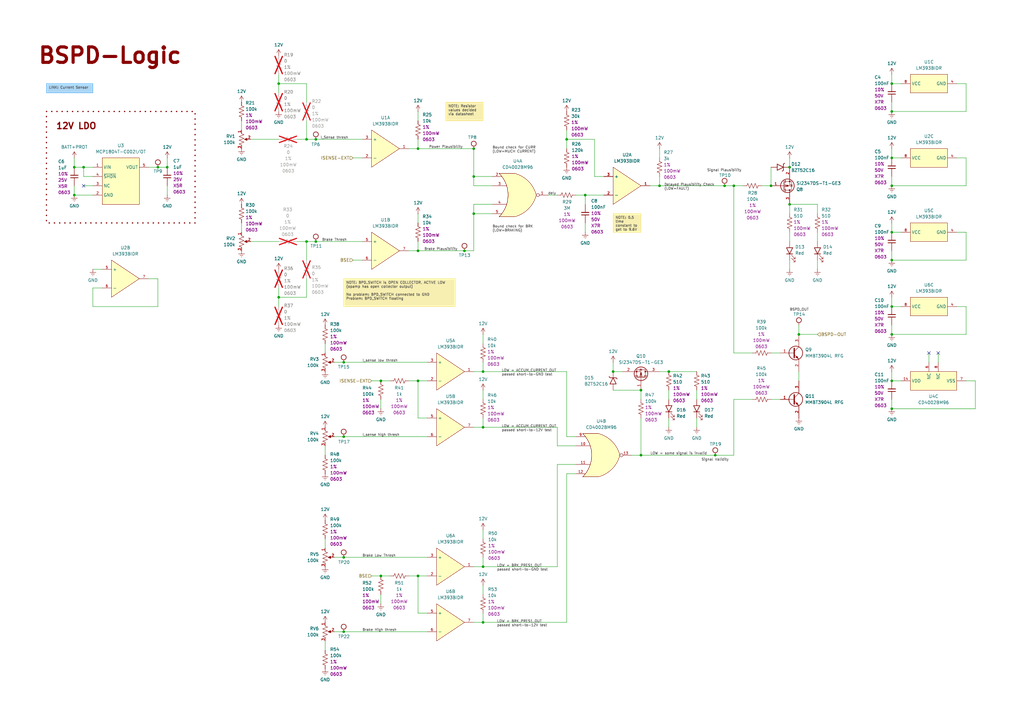
<source format=kicad_sch>
(kicad_sch (version 20250114) (generator "eeschema") (generator_version "9.0")
  (paper "A3")
  (rectangle (start 19.05 45.72) (end 80.01 91.44) (stroke (width 0.508) (type dot) (color 132 0 0 1)))
  (text "BSPD-Logic" (at 15.24 26.67 0) (effects (font (size 6.35 6.35) (thickness 1.27) (bold yes)) (justify left bottom)))
  (text "LOW = ACCUM_CURRENT_OUT\npassed short-to-12V test" (at 205.74 177.165 0) (effects (font (size 1.016 1.016)) (justify left bottom)))
  (text "Bound check for CURR\n(LOW=MUCH CURRENT)" (at 201.93 62.865 0) (effects (font (size 1.016 1.016)) (justify left bottom)))
  (text "dely" (at 224.79 80.01 0) (effects (font (size 1.016 1.016)) (justify left bottom)))
  (text "I_sense high thresh" (at 148.59 179.07 0) (effects (font (size 1.016 1.016)) (justify left bottom)))
  (text "BSPD_OUT" (at 323.8597 127.7101 0) (effects (font (size 1.016 1.016)) (justify left bottom)))
  (text "Signal Plausibility" (at 289.9936 70.546 0) (effects (font (size 1.016 1.016)) (justify left bottom)))
  (text "Brake Plausibility" (at 173.99 102.87 0) (effects (font (size 1.016 1.016)) (justify left bottom)))
  (text "I_sense low thresh" (at 148.59 148.59 0) (effects (font (size 1.016 1.016)) (justify left bottom)))
  (text "12V LDO" (at 22.86 53.34 0) (effects (font (size 2.54 2.54) (thickness 0.508) (bold yes)) (justify left bottom)))
  (text "LOW = BRK_PRES1_OUT\npassed short-to-12V test" (at 203.835 257.175 0) (effects (font (size 1.016 1.016)) (justify left bottom)))
  (text "LOW = some signal is invalid" (at 266.7 186.69 0) (effects (font (size 1.016 1.016)) (justify left bottom)))
  (text "Brake Low Thresh" (at 148.59 228.6 0) (effects (font (size 1.016 1.016)) (justify left bottom)))
  (text "Brake High thresh" (at 148.59 259.08 0) (effects (font (size 1.016 1.016)) (justify left bottom)))
  (text "Power Plausibility" (at 175.895 60.96 0) (effects (font (size 1.016 1.016)) (justify left bottom)))
  (text "Signal Validity" (at 287.655 189.23 0) (effects (font (size 1.016 1.016)) (justify left bottom)))
  (text "LOW = ACCUM_CURRENT_OUT\npassed short-to-GND test" (at 205.74 154.305 0) (effects (font (size 1.016 1.016)) (justify left bottom)))
  (text "LOW = BRK_PRES1_OUT\npassed short-to-GND test" (at 203.835 234.315 0) (effects (font (size 1.016 1.016)) (justify left bottom)))
  (text "Brake Thresh" (at 132.08 99.06 0) (effects (font (size 1.016 1.016)) (justify left bottom)))
  (text "I_Sense thresh" (at 131.445 57.15 0) (effects (font (size 1.016 1.016)) (justify left bottom)))
  (text "Delayed Plausibility Check\n(LOW=FAULT)" (at 272.415 78.105 0) (effects (font (size 1.016 1.016)) (justify left bottom)))
  (text "Bound check for BRK\n(LOW=BRAKING)" (at 201.93 95.25 0) (effects (font (size 1.016 1.016)) (justify left bottom)))
  (text_box "LINK: Current Sensor" (at 19.05 34.29 0) (size 19.05 3.81) (margins 0.9525 0.9525 0.9525 0.9525) (stroke (width 0) (color 52 164 252 1)) (fill (type color) (color 172 214 244 1)) (effects (font (size 1.016 1.016)) (justify left top)))
  (text_box "NOTE: Resistor values decided via datasheet" (at 182.88 41.91 0) (size 15.24 7.62) (margins 0.9525 0.9525 0.9525 0.9525) (stroke (width 0) (color 245 223 85 1)) (fill (type color) (color 247 238 178 1)) (effects (font (size 1.016 1.016)) (justify left top)))
  (text_box "NOTE: 0.5 time constant to get to 9.6V" (at 251.46 87.63 0) (size 11.43 7.62) (margins 0.9525 0.9525 0.9525 0.9525) (stroke (width 0) (color 245 223 85 1)) (fill (type color) (color 247 238 178 1)) (effects (font (size 1.016 1.016)) (justify left top)))
  (text_box "NOTE: BPD_SWITCH is OPEN COLLECTOR, ACTIVE LOW\n(opamp has open collector output)\n\nNo problem: BPD_SWITCH connected to GND\nProblem: BPD_SWITCH floating" (at 140.97 114.3 0) (size 45.72 11.43) (margins 0.9525 0.9525 0.9525 0.9525) (stroke (width 0) (color 245 223 85 1)) (fill (type color) (color 247 238 178 1)) (effects (font (size 1.016 1.016)) (justify left top)))
  (junction (at 140.97 148.59))
  (junction (at 198.12 175.26))
  (junction (at 30.48 68.58))
  (junction (at 140.97 179.07))
  (junction (at 171.45 102.87))
  (junction (at 190.5 102.87))
  (junction (at 270.51 76.2))
  (junction (at 140.97 228.6))
  (junction (at 30.48 80.01))
  (junction (at 365.76 64.77))
  (junction (at 194.31 72.39))
  (junction (at 262.89 160.02))
  (junction (at 232.41 57.15))
  (junction (at 274.32 152.4))
  (junction (at 240.03 80.01))
  (junction (at 114.3 121.92))
  (junction (at 194.31 87.63))
  (junction (at 129.54 57.15))
  (junction (at 365.76 45.72))
  (junction (at 365.76 167.64))
  (junction (at 156.21 156.21))
  (junction (at 171.45 60.96))
  (junction (at 293.37 186.69))
  (junction (at 194.31 60.96))
  (junction (at 323.85 68.58))
  (junction (at 365.76 76.2))
  (junction (at 64.77 68.58))
  (junction (at 140.97 259.08))
  (junction (at 198.12 255.27))
  (junction (at 365.76 34.29))
  (junction (at 171.45 156.21))
  (junction (at 297.18 76.2))
  (junction (at 125.73 57.15))
  (junction (at 198.12 152.4))
  (junction (at 365.76 137.16))
  (junction (at 262.89 186.69))
  (junction (at 125.73 99.06))
  (junction (at 365.76 156.21))
  (junction (at 34.29 68.58))
  (junction (at 327.66 137.16))
  (junction (at 198.12 232.41))
  (junction (at 251.46 152.4))
  (junction (at 365.76 106.68))
  (junction (at 365.76 125.73))
  (junction (at 114.3 34.29))
  (junction (at 323.85 83.82))
  (junction (at 316.23 76.2))
  (junction (at 68.58 68.58))
  (junction (at 156.21 236.22))
  (junction (at 129.54 99.06))
  (junction (at 171.45 236.22))
  (junction (at 365.76 95.25))
  (junction (at 300.99 76.2))
  (no_connect (at 381 144.78))
  (no_connect (at 34.29 76.2))
  (no_connect (at 384.81 144.78))
  (wire (pts (xy 316.23 68.58) (xy 316.23 76.2)))
  (wire (pts (xy 198.12 255.27) (xy 198.12 251.46)))
  (wire (pts (xy 365.76 91.44) (xy 365.76 95.25)))
  (wire (pts (xy 327.66 137.16) (xy 335.28 137.16)))
  (wire (pts (xy 102.87 99.06) (xy 114.3 99.06)))
  (wire (pts (xy 300.99 76.2) (xy 300.99 144.78)))
  (wire (pts (xy 30.48 68.58) (xy 34.29 68.58)))
  (wire (pts (xy 251.46 160.02) (xy 262.89 160.02)))
  (wire (pts (xy 232.41 57.15) (xy 232.41 60.96)))
  (wire (pts (xy 133.35 140.97) (xy 133.35 144.78)))
  (wire (pts (xy 114.3 34.29) (xy 114.3 38.1)))
  (wire (pts (xy 365.76 95.25) (xy 369.57 95.25)))
  (wire (pts (xy 365.76 76.2) (xy 396.24 76.2)))
  (wire (pts (xy 365.76 163.83) (xy 365.76 167.64)))
  (wire (pts (xy 198.12 232.41) (xy 228.6 232.41)))
  (wire (pts (xy 144.78 64.77) (xy 148.59 64.77)))
  (wire (pts (xy 251.46 148.59) (xy 251.46 152.4)))
  (wire (pts (xy 102.87 57.15) (xy 114.3 57.15)))
  (wire (pts (xy 232.41 57.15) (xy 243.84 57.15)))
  (wire (pts (xy 175.26 171.45) (xy 171.45 171.45)))
  (wire (pts (xy 194.31 60.96) (xy 194.31 72.39)))
  (wire (pts (xy 300.99 186.69) (xy 300.99 163.83)))
  (wire (pts (xy 365.76 30.48) (xy 365.76 34.29)))
  (wire (pts (xy 171.45 171.45) (xy 171.45 156.21)))
  (wire (pts (xy 365.76 106.68) (xy 396.24 106.68)))
  (wire (pts (xy 137.16 228.6) (xy 140.97 228.6)))
  (wire (pts (xy 293.37 186.69) (xy 300.99 186.69)))
  (wire (pts (xy 194.31 175.26) (xy 198.12 175.26)))
  (wire (pts (xy 400.05 167.64) (xy 400.05 156.21)))
  (wire (pts (xy 99.06 49.53) (xy 99.06 53.34)))
  (wire (pts (xy 270.51 60.96) (xy 270.51 64.77)))
  (wire (pts (xy 171.45 60.96) (xy 171.45 57.15)))
  (wire (pts (xy 300.99 163.83) (xy 308.61 163.83)))
  (wire (pts (xy 60.96 68.58) (xy 64.77 68.58)))
  (wire (pts (xy 30.48 80.01) (xy 38.1 80.01)))
  (wire (pts (xy 228.6 190.5) (xy 236.22 190.5)))
  (wire (pts (xy 194.31 152.4) (xy 198.12 152.4)))
  (wire (pts (xy 68.58 76.2) (xy 68.58 80.01)))
  (wire (pts (xy 262.89 186.69) (xy 293.37 186.69)))
  (wire (pts (xy 114.3 118.11) (xy 114.3 121.92)))
  (wire (pts (xy 327.66 133.35) (xy 327.66 137.16)))
  (wire (pts (xy 133.35 182.88) (xy 133.35 186.69)))
  (wire (pts (xy 125.73 99.06) (xy 125.73 106.68)))
  (wire (pts (xy 114.3 121.92) (xy 125.73 121.92)))
  (wire (pts (xy 335.28 110.49) (xy 335.28 106.68)))
  (wire (pts (xy 140.97 179.07) (xy 175.26 179.07)))
  (wire (pts (xy 365.76 72.39) (xy 365.76 76.2)))
  (wire (pts (xy 190.5 102.87) (xy 194.31 102.87)))
  (wire (pts (xy 365.76 152.4) (xy 365.76 156.21)))
  (wire (pts (xy 140.97 259.08) (xy 175.26 259.08)))
  (wire (pts (xy 171.45 102.87) (xy 190.5 102.87)))
  (wire (pts (xy 381 144.78) (xy 381 148.59)))
  (wire (pts (xy 125.73 121.92) (xy 125.73 114.3)))
  (wire (pts (xy 171.45 156.21) (xy 175.26 156.21)))
  (wire (pts (xy 171.45 87.63) (xy 171.45 91.44)))
  (wire (pts (xy 194.31 232.41) (xy 198.12 232.41)))
  (wire (pts (xy 274.32 152.4) (xy 285.75 152.4)))
  (wire (pts (xy 396.24 76.2) (xy 396.24 64.77)))
  (wire (pts (xy 41.91 118.11) (xy 38.1 118.11)))
  (wire (pts (xy 365.76 34.29) (xy 369.57 34.29)))
  (wire (pts (xy 99.06 91.44) (xy 99.06 95.25)))
  (wire (pts (xy 137.16 259.08) (xy 140.97 259.08)))
  (wire (pts (xy 392.43 125.73) (xy 396.24 125.73)))
  (wire (pts (xy 228.6 175.26) (xy 198.12 175.26)))
  (wire (pts (xy 365.76 102.87) (xy 365.76 106.68)))
  (wire (pts (xy 243.84 57.15) (xy 243.84 72.39)))
  (wire (pts (xy 198.12 152.4) (xy 232.41 152.4)))
  (wire (pts (xy 167.64 60.96) (xy 171.45 60.96)))
  (wire (pts (xy 38.1 125.73) (xy 64.77 125.73)))
  (wire (pts (xy 68.58 64.77) (xy 68.58 68.58)))
  (wire (pts (xy 270.51 152.4) (xy 274.32 152.4)))
  (wire (pts (xy 125.73 57.15) (xy 129.54 57.15)))
  (wire (pts (xy 137.16 148.59) (xy 140.97 148.59)))
  (wire (pts (xy 308.61 144.78) (xy 300.99 144.78)))
  (wire (pts (xy 365.76 156.21) (xy 369.57 156.21)))
  (wire (pts (xy 274.32 160.02) (xy 274.32 163.83)))
  (wire (pts (xy 365.76 64.77) (xy 369.57 64.77)))
  (wire (pts (xy 171.45 251.46) (xy 171.45 236.22)))
  (wire (pts (xy 312.42 76.2) (xy 316.23 76.2)))
  (wire (pts (xy 243.84 72.39) (xy 247.65 72.39)))
  (wire (pts (xy 201.93 87.63) (xy 194.31 87.63)))
  (wire (pts (xy 198.12 240.03) (xy 198.12 243.84)))
  (wire (pts (xy 384.81 144.78) (xy 384.81 148.59)))
  (wire (pts (xy 232.41 53.34) (xy 232.41 57.15)))
  (wire (pts (xy 64.77 68.58) (xy 68.58 68.58)))
  (wire (pts (xy 240.03 80.01) (xy 240.03 83.82)))
  (wire (pts (xy 194.31 255.27) (xy 198.12 255.27)))
  (wire (pts (xy 171.45 102.87) (xy 171.45 99.06)))
  (wire (pts (xy 259.08 186.69) (xy 262.89 186.69)))
  (wire (pts (xy 133.35 220.98) (xy 133.35 224.79)))
  (wire (pts (xy 274.32 175.26) (xy 274.32 171.45)))
  (wire (pts (xy 125.73 99.06) (xy 129.54 99.06)))
  (wire (pts (xy 365.76 125.73) (xy 369.57 125.73)))
  (wire (pts (xy 194.31 76.2) (xy 194.31 72.39)))
  (wire (pts (xy 121.92 99.06) (xy 125.73 99.06)))
  (wire (pts (xy 171.45 60.96) (xy 194.31 60.96)))
  (wire (pts (xy 198.12 160.02) (xy 198.12 163.83)))
  (wire (pts (xy 198.12 255.27) (xy 232.41 255.27)))
  (wire (pts (xy 236.22 80.01) (xy 240.03 80.01)))
  (wire (pts (xy 262.89 186.69) (xy 262.89 171.45)))
  (wire (pts (xy 34.29 72.39) (xy 38.1 72.39)))
  (wire (pts (xy 201.93 76.2) (xy 194.31 76.2)))
  (wire (pts (xy 396.24 137.16) (xy 396.24 125.73)))
  (wire (pts (xy 266.7 76.2) (xy 270.51 76.2)))
  (wire (pts (xy 38.1 110.49) (xy 41.91 110.49)))
  (wire (pts (xy 228.6 232.41) (xy 228.6 190.5)))
  (wire (pts (xy 365.76 137.16) (xy 396.24 137.16)))
  (wire (pts (xy 152.4 156.21) (xy 156.21 156.21)))
  (wire (pts (xy 262.89 160.02) (xy 262.89 163.83)))
  (wire (pts (xy 194.31 83.82) (xy 201.93 83.82)))
  (wire (pts (xy 171.45 236.22) (xy 175.26 236.22)))
  (wire (pts (xy 365.76 133.35) (xy 365.76 137.16)))
  (wire (pts (xy 167.64 102.87) (xy 171.45 102.87)))
  (wire (pts (xy 365.76 167.64) (xy 400.05 167.64)))
  (wire (pts (xy 129.54 57.15) (xy 148.59 57.15)))
  (wire (pts (xy 392.43 64.77) (xy 396.24 64.77)))
  (wire (pts (xy 228.6 175.26) (xy 228.6 182.88)))
  (wire (pts (xy 129.54 99.06) (xy 148.59 99.06)))
  (wire (pts (xy 64.77 125.73) (xy 64.77 114.3)))
  (wire (pts (xy 198.12 175.26) (xy 198.12 171.45)))
  (wire (pts (xy 365.76 45.72) (xy 396.24 45.72)))
  (wire (pts (xy 121.92 57.15) (xy 125.73 57.15)))
  (wire (pts (xy 125.73 34.29) (xy 114.3 34.29)))
  (wire (pts (xy 198.12 137.16) (xy 198.12 140.97)))
  (wire (pts (xy 240.03 91.44) (xy 240.03 95.25)))
  (wire (pts (xy 175.26 251.46) (xy 171.45 251.46)))
  (wire (pts (xy 30.48 76.2) (xy 30.48 80.01)))
  (wire (pts (xy 171.45 236.22) (xy 167.64 236.22)))
  (wire (pts (xy 392.43 34.29) (xy 396.24 34.29)))
  (wire (pts (xy 133.35 262.89) (xy 133.35 266.7)))
  (wire (pts (xy 38.1 118.11) (xy 38.1 125.73)))
  (wire (pts (xy 232.41 152.4) (xy 232.41 179.07)))
  (wire (pts (xy 137.16 179.07) (xy 140.97 179.07)))
  (wire (pts (xy 125.73 34.29) (xy 125.73 41.91)))
  (wire (pts (xy 34.29 76.2) (xy 38.1 76.2)))
  (wire (pts (xy 270.51 76.2) (xy 270.51 72.39)))
  (wire (pts (xy 198.12 152.4) (xy 198.12 148.59)))
  (wire (pts (xy 114.3 30.48) (xy 114.3 34.29)))
  (wire (pts (xy 152.4 236.22) (xy 156.21 236.22)))
  (wire (pts (xy 316.23 163.83) (xy 320.04 163.83)))
  (wire (pts (xy 194.31 72.39) (xy 201.93 72.39)))
  (wire (pts (xy 323.85 83.82) (xy 335.28 83.82)))
  (wire (pts (xy 156.21 163.83) (xy 156.21 167.64)))
  (wire (pts (xy 323.85 64.77) (xy 323.85 68.58)))
  (wire (pts (xy 335.28 83.82) (xy 335.28 87.63)))
  (wire (pts (xy 144.78 106.68) (xy 148.59 106.68)))
  (wire (pts (xy 228.6 182.88) (xy 236.22 182.88)))
  (wire (pts (xy 323.85 83.82) (xy 323.85 87.63)))
  (wire (pts (xy 64.77 114.3) (xy 60.96 114.3)))
  (wire (pts (xy 396.24 106.68) (xy 396.24 95.25)))
  (wire (pts (xy 140.97 228.6) (xy 175.26 228.6)))
  (wire (pts (xy 251.46 152.4) (xy 255.27 152.4)))
  (wire (pts (xy 396.24 156.21) (xy 400.05 156.21)))
  (wire (pts (xy 232.41 194.31) (xy 236.22 194.31)))
  (wire (pts (xy 171.45 156.21) (xy 167.64 156.21)))
  (wire (pts (xy 365.76 41.91) (xy 365.76 45.72)))
  (wire (pts (xy 365.76 60.96) (xy 365.76 64.77)))
  (wire (pts (xy 285.75 171.45) (xy 285.75 175.26)))
  (wire (pts (xy 224.79 80.01) (xy 228.6 80.01)))
  (wire (pts (xy 140.97 148.59) (xy 175.26 148.59)))
  (wire (pts (xy 114.3 121.92) (xy 114.3 125.73)))
  (wire (pts (xy 198.12 217.17) (xy 198.12 220.98)))
  (wire (pts (xy 156.21 236.22) (xy 160.02 236.22)))
  (wire (pts (xy 194.31 83.82) (xy 194.31 87.63)))
  (wire (pts (xy 327.66 156.21) (xy 327.66 152.4)))
  (wire (pts (xy 198.12 232.41) (xy 198.12 228.6)))
  (wire (pts (xy 300.99 76.2) (xy 304.8 76.2)))
  (wire (pts (xy 285.75 160.02) (xy 285.75 163.83)))
  (wire (pts (xy 300.99 76.2) (xy 297.18 76.2)))
  (wire (pts (xy 194.31 87.63) (xy 194.31 102.87)))
  (wire (pts (xy 156.21 243.84) (xy 156.21 247.65)))
  (wire (pts (xy 156.21 156.21) (xy 160.02 156.21)))
  (wire (pts (xy 270.51 76.2) (xy 297.18 76.2)))
  (wire (pts (xy 232.41 255.27) (xy 232.41 194.31)))
  (wire (pts (xy 335.28 95.25) (xy 335.28 99.06)))
  (wire (pts (xy 240.03 80.01) (xy 247.65 80.01)))
  (wire (pts (xy 34.29 68.58) (xy 34.29 72.39)))
  (wire (pts (xy 392.43 95.25) (xy 396.24 95.25)))
  (wire (pts (xy 232.41 179.07) (xy 236.22 179.07)))
  (wire (pts (xy 365.76 121.92) (xy 365.76 125.73)))
  (wire (pts (xy 396.24 45.72) (xy 396.24 34.29)))
  (wire (pts (xy 316.23 144.78) (xy 320.04 144.78)))
  (wire (pts (xy 323.85 95.25) (xy 323.85 99.06)))
  (wire (pts (xy 125.73 57.15) (xy 125.73 49.53)))
  (wire (pts (xy 38.1 68.58) (xy 34.29 68.58)))
  (wire (pts (xy 30.48 64.77) (xy 30.48 68.58)))
  (wire (pts (xy 323.85 106.68) (xy 323.85 110.49)))
  (wire (pts (xy 171.45 45.72) (xy 171.45 49.53)))
  (hierarchical_label "BSPD-OUT" (shape input) (at 335.28 137.16 0))
  (hierarchical_label "BSE" (shape input) (at 144.78 106.68 180))
  (hierarchical_label "ISENSE-EXT" (shape input) (at 144.78 64.77 180))
  (hierarchical_label "ISENSE-EXT" (shape input) (at 152.4 156.21 180))
  (hierarchical_label "BSE" (shape input) (at 152.4 236.22 180))
  (symbol (lib_id "power:Earth") (at 323.85 110.49 0) (unit 1)
    (property "Reference" "#PWR050" (effects (hide yes)))
    (property "Value" "GND" (at 323.85 114.935 0))
    (property "Description" "Power symbol creates a global label with name \"Earth\"" (effects (hide yes)))
  )
  (symbol (lib_id "-Test-Points:Square-Pad-1.5mm") (at 194.31 60.96 0) (unit 1)
    (property "Reference" "TP8" (at 191.8844 56.3364 0) (effects (justify left)))
    (property "Footprint" "TestPoint:TestPoint_Pad_1.5x1.5mm" (effects (hide yes)))
    (property "Description" "Square Pad 1.5mm" (effects (hide yes)))
  )
  (symbol (lib_id "-BJT-NPN:MMBT3904L-RFG") (at 320.04 163.83 0) (unit 1)
    (property "Reference" "Q11" (at 330.2157 162.4681 0) (effects (justify left)))
    (property "Value" "MMBT3904L RFG" (at 330.2157 165.0081 0) (effects (justify left)))
    (property "Footprint" "Package_TO_SOT_SMD:SOT-23-3" (effects (hide yes)))
    (property "Datasheet" "https://lcsc.com/datasheet/lcsc_datasheet_2001151033_Taiwan-Semiconductor-MMBT3904L-RFG_C483928.pdf" (effects (hide yes)))
    (property "Description" "Bipolar (BJT) Transistor NPN 40 V 200 mA 250MHz 300 mW Surface Mount SOT-23" (effects (hide yes)))
    (property "Link" "https://www.digikey.com/en/products/detail/taiwan-semiconductor-corporation/MMBT3904L-RFG/7357838?s=N4IgTCBcDaILJwEIBUDMBOADAFgDICUAxAcQGFkBaAOQBEACEAXQF8g" (effects (hide yes)))
    (property "Manufacturer" "Taiwan Semiconductor Corporation" (effects (hide yes)))
    (property "Manufacturer P/N" "MMBT3904L RFG" (effects (hide yes)))
    (property "Digikey P/N" "MMBT3904LRFGCT-ND" (effects (hide yes)))
    (property "Mouser P/N" "821-MMBT3904LRFG" (effects (hide yes)))
    (property "LCSC P/N" "C81464" (effects (hide yes)))
  )
  (symbol (lib_id "power:Earth") (at 156.21 247.65 0) (unit 1)
    (property "Reference" "#PWR072" (effects (hide yes)))
    (property "Value" "GND" (at 156.21 252.095 0))
    (property "Description" "Power symbol creates a global label with name \"Earth\"" (effects (hide yes)))
  )
  (symbol (lib_id "-Diodes-Zener:BZT52C16") (at 251.46 160.02 90) (unit 1)
    (property "Reference" "D15" (at 239.6501 154.9338 90) (effects (justify right)))
    (property "Value" "BZT52C16" (at 239.6501 157.4738 90) (effects (justify right)))
    (property "Footprint" "Diode_SMD:D_SOD-123" (effects (hide yes)))
    (property "Datasheet" "https://diotec.com/request/datasheet/bzt52c2v4.pdf" (effects (hide yes)))
    (property "Description" "Zener Diode 16 V 500 mW ±5% Surface Mount SOD-123F" (effects (hide yes)))
    (property "Link" "https://www.digikey.com/en/products/detail/diotec-semiconductor/BZT52C16/22192605?s=N4IgTCBcDaICwA4DsCC0AhAWgFQKxgGEBGANgO1QDkAREAXQF8g" (effects (hide yes)))
    (property "Manufacturer" "Diotec" (effects (hide yes)))
    (property "Manufacturer P/N" "BZT52C16" (effects (hide yes)))
    (property "Digikey P/N" "4878-BZT52C16CT-ND" (effects (hide yes)))
    (property "Mouser P/N" "637-BZT52C16" (effects (hide yes)))
    (property "LCSC P/N" "C2105" (effects (hide yes)))
  )
  (symbol (lib_id "-R-SMD-0603:R-0603-120k-1%-100mW-100PPM") (at 232.41 68.58 90) (unit 1)
    (property "Reference" "R26" (at 234.4196 59.0622 90) (effects (justify right)))
    (property "Value" "120k" (at 234.4196 61.6022 90) (effects (justify right)))
    (property "Footprint" "Resistor_SMD:R_0603_1608Metric_Pad0.98x0.95mm_HandSolder" (effects (hide yes)))
    (property "Datasheet" "https://jlcpcb.com/api/file/downloadByFileSystemAccessId/8579706356389380096" (effects (hide yes)))
    (property "Description" "120kΩ 0603 JLCPCB Basic Resistor" (effects (hide yes)))
    (property "Tolerance" "1%" (at 234.4196 64.1422 90) (effects (justify right)))
    (property "Power Rating" "100mW" (at 234.4196 66.6822 90) (effects (justify right)))
    (property "Case/Package" "0603" (at 234.4196 69.2222 90) (effects (justify right)))
    (property "Link" "https://jlcpcb.com/partdetail/26551-0603WAF1203T5E/C25808" (effects (hide yes)))
    (property "Manufacturer" "UNI-ROYAL" (effects (hide yes)))
    (property "Manufacturer P/N" "0603WAF1203T5E" (effects (hide yes)))
    (property "Digikey P/N" "311-120KGRCT-ND" (effects (hide yes)))
    (property "Mouser P/N" "603-RC0603JR-07120KL" (effects (hide yes)))
    (property "LCSC P/N" "C25808" (effects (hide yes)))
  )
  (symbol (lib_id "power:VCC") (at 365.76 60.96 0) (mirror y) (unit 1)
    (property "Reference" "#PWR034" (effects (hide yes)))
    (property "Value" "12V" (at 365.76 56.515 0))
    (property "Description" "Power symbol creates a global label with name \"VCC\"" (effects (hide yes)))
  )
  (symbol (lib_id "-Potentiometers:TC33X-2-104E") (at 99.06 60.96 0) (unit 1)
    (property "Reference" "RV1" (at 96.52 55.8799 0) (effects (justify right)))
    (property "Value" "100k" (at 96.52 58.4199 0) (effects (justify right)))
    (property "Footprint" "Potentiometer_SMD:Potentiometer_Bourns_TC33X_Vertical" (effects (hide yes)))
    (property "Datasheet" "https://www.bourns.com/docs/Product-Datasheets/TC33.pdf" (effects (hide yes)))
    (property "Description" "100 kOhms 0.15W J Lead Surface Mount Trimmer Potentiometer Cermet 1.0 Turn Top Adjustment" (effects (hide yes)))
    (property "Link" "https://www.digikey.com/en/products/detail/bourns-inc/TC33X-2-104E/612859?s=N4IgTCBcDaICoGEDMSAaBaAjABgCwFEE50A5AERAF0BfIA" (effects (hide yes)))
    (property "Manufacturer" "Bourns" (effects (hide yes)))
    (property "Manufacturer P/N" "TC33X-2-104E" (effects (hide yes)))
    (property "Digikey P/N" "TC33X-104ECT-ND" (effects (hide yes)))
    (property "Mouser P/N" "652-TC33X-2-104E" (effects (hide yes)))
    (property "LCSC P/N" "C719186" (effects (hide yes)))
  )
  (symbol (lib_id "-Comparators:LM393BIDR") (at 373.38 99.06 0) (unit 3)
    (property "Reference" "U5" (at 381 86.36 0))
    (property "Value" "LM393BIDR" (at 381 88.9 0))
    (property "Footprint" "Package_SO:SOIC-8_3.9x4.9mm_P1.27mm" (effects (hide yes)))
    (property "Datasheet" "https://www.ti.com/lit/ds/symlink/lm393.pdf?HQS=dis-dk-null-digikeymode-dsf-pf-null-wwe&ts=1751857693328&ref_url=https%253A%252F%252Fwww.ti.com%252Fgeneral%252Fdocs%252Fsuppproductinfo.tsp%253FdistId%253D10%2526gotoUrl%253Dhttps%253A%252F%252Fwww.ti.com%252Flit%252Fgpn%252Flm393" (effects (hide yes)))
    (property "Description" "Comparator General Purpose Open-Collector, Rail-to-Rail 8-SOIC" (effects (hide yes)))
    (property "Link" "https://www.digikey.com/en/products/detail/texas-instruments/LM393BIDR/11502345?s=N4IgTCBcDa4JwDYC0AZAsgZjhgQgSQBEAlAYQBUkA5AgAhAF0BfIA" (effects (hide yes)))
    (property "Manufacturer" "Texas Instruments" (effects (hide yes)))
    (property "Manufacturer P/N" "LM393BIDR" (effects (hide yes)))
    (property "Digikey P/N" "296-LM393BIDRCT-ND" (effects (hide yes)))
    (property "Mouser P/N" "595-LM393BIDR" (effects (hide yes)))
    (property "LCSC P/N" "C2865059" (effects (hide yes)))
  )
  (symbol (lib_id "-C-Ceramic-0603:C-0603-100nF-10%-50V-X7R") (at 365.76 41.91 90) (unit 1)
    (property "Reference" "C4" (at 358.6473 31.6947 90) (effects (justify right)))
    (property "Value" "100nF" (at 358.6473 34.2347 90) (effects (justify right)))
    (property "Footprint" "Capacitor_SMD:C_0603_1608Metric_Pad1.08x0.95mm_HandSolder" (effects (hide yes)))
    (property "Datasheet" "https://jlcpcb.com/api/file/downloadByFileSystemAccessId/8579707083955945472" (effects (hide yes)))
    (property "Description" "100nF 50V X7R 0603 JLCPCB Basic Capacitor" (effects (hide yes)))
    (property "Tolerance" "10%" (at 358.6473 36.7747 90) (effects (justify right)))
    (property "Voltage" "50V" (at 358.6473 39.3147 90) (effects (justify right)))
    (property "Dielectric" "X7R" (at 358.6473 41.8547 90) (effects (justify right)))
    (property "Case/Package" "0603" (at 358.6473 44.3947 90) (effects (justify right)))
    (property "Link" "https://jlcpcb.com/partdetail/YAGEO-CC0603KRX7R9BB104/C14663" (effects (hide yes)))
    (property "Manufacturer" "YAGEO" (effects (hide yes)))
    (property "Manufacturer P/N" "CC0603KRX7R9BB104" (effects (hide yes)))
    (property "Digikey P/N" "311-1344-1-ND" (effects (hide yes)))
    (property "Mouser P/N" "603-CC603KRX7R9BB104" (effects (hide yes)))
    (property "LCSC P/N" "C14663" (effects (hide yes)))
  )
  (symbol (lib_id "-BJT-NPN:MMBT3904L-RFG") (at 320.04 144.78 0) (unit 1)
    (property "Reference" "Q9" (at 330.2157 143.4181 0) (effects (justify left)))
    (property "Value" "MMBT3904L RFG" (at 330.2157 145.9581 0) (effects (justify left)))
    (property "Footprint" "Package_TO_SOT_SMD:SOT-23-3" (effects (hide yes)))
    (property "Datasheet" "https://lcsc.com/datasheet/lcsc_datasheet_2001151033_Taiwan-Semiconductor-MMBT3904L-RFG_C483928.pdf" (effects (hide yes)))
    (property "Description" "Bipolar (BJT) Transistor NPN 40 V 200 mA 250MHz 300 mW Surface Mount SOT-23" (effects (hide yes)))
    (property "Link" "https://www.digikey.com/en/products/detail/taiwan-semiconductor-corporation/MMBT3904L-RFG/7357838?s=N4IgTCBcDaILJwEIBUDMBOADAFgDICUAxAcQGFkBaAOQBEACEAXQF8g" (effects (hide yes)))
    (property "Manufacturer" "Taiwan Semiconductor Corporation" (effects (hide yes)))
    (property "Manufacturer P/N" "MMBT3904L RFG" (effects (hide yes)))
    (property "Digikey P/N" "MMBT3904LRFGCT-ND" (effects (hide yes)))
    (property "Mouser P/N" "821-MMBT3904LRFG" (effects (hide yes)))
    (property "LCSC P/N" "C81464" (effects (hide yes)))
  )
  (symbol (lib_id "-C-Ceramic-0603:C-0603-100nF-10%-50V-X7R") (at 365.76 102.87 90) (unit 1)
    (property "Reference" "C9" (at 358.6473 92.6547 90) (effects (justify right)))
    (property "Value" "100nF" (at 358.6473 95.1947 90) (effects (justify right)))
    (property "Footprint" "Capacitor_SMD:C_0603_1608Metric_Pad1.08x0.95mm_HandSolder" (effects (hide yes)))
    (property "Datasheet" "https://jlcpcb.com/api/file/downloadByFileSystemAccessId/8579707083955945472" (effects (hide yes)))
    (property "Description" "100nF 50V X7R 0603 JLCPCB Basic Capacitor" (effects (hide yes)))
    (property "Tolerance" "10%" (at 358.6473 97.7347 90) (effects (justify right)))
    (property "Voltage" "50V" (at 358.6473 100.2747 90) (effects (justify right)))
    (property "Dielectric" "X7R" (at 358.6473 102.8147 90) (effects (justify right)))
    (property "Case/Package" "0603" (at 358.6473 105.3547 90) (effects (justify right)))
    (property "Link" "https://jlcpcb.com/partdetail/YAGEO-CC0603KRX7R9BB104/C14663" (effects (hide yes)))
    (property "Manufacturer" "YAGEO" (effects (hide yes)))
    (property "Manufacturer P/N" "CC0603KRX7R9BB104" (effects (hide yes)))
    (property "Digikey P/N" "311-1344-1-ND" (effects (hide yes)))
    (property "Mouser P/N" "603-CC603KRX7R9BB104" (effects (hide yes)))
    (property "LCSC P/N" "C14663" (effects (hide yes)))
  )
  (symbol (lib_id "-R-SMD-0603:R-0603-100k-1%-100mW-100PPM") (at 156.21 163.83 90) (unit 1)
    (property "Reference" "R44" (at 148.583 159.0936 90) (effects (justify right)))
    (property "Value" "100k" (at 148.583 161.6336 90) (effects (justify right)))
    (property "Footprint" "Resistor_SMD:R_0603_1608Metric_Pad0.98x0.95mm_HandSolder" (effects (hide yes)))
    (property "Datasheet" "https://jlcpcb.com/api/file/downloadByFileSystemAccessId/8579706350726930432" (effects (hide yes)))
    (property "Description" "100kΩ 0603 JLCPCB Basic Resistor" (effects (hide yes)))
    (property "Tolerance" "1%" (at 148.583 164.1736 90) (effects (justify right)))
    (property "Power Rating" "100mW" (at 148.583 166.7136 90) (effects (justify right)))
    (property "Case/Package" "0603" (at 148.583 169.2536 90) (effects (justify right)))
    (property "Link" "https://jlcpcb.com/partdetail/26546-0603WAF1003T5E/C25803" (effects (hide yes)))
    (property "Manufacturer" "UNI-ROYAL" (effects (hide yes)))
    (property "Manufacturer P/N" "0603WAF1003T5E" (effects (hide yes)))
    (property "Digikey P/N" "RG16P100KBCT-ND" (effects (hide yes)))
    (property "Mouser P/N" "754-RG1608P-104-B-T5" (effects (hide yes)))
    (property "LCSC P/N" "C25803" (effects (hide yes)))
  )
  (symbol (lib_id "power:VCC") (at 198.12 217.17 0) (mirror y) (unit 1)
    (property "Reference" "#PWR069" (effects (hide yes)))
    (property "Value" "12V" (at 198.12 212.725 0))
    (property "Description" "Power symbol creates a global label with name \"VCC\"" (effects (hide yes)))
  )
  (symbol (lib_id "-R-SMD-0603:R-0603-100k-1%-100mW-100PPM") (at 133.35 140.97 90) (unit 1)
    (property "Reference" "R38" (at 135.3451 132.9816 90) (effects (justify right)))
    (property "Value" "100k" (at 135.3451 135.5216 90) (effects (justify right)))
    (property "Footprint" "Resistor_SMD:R_0603_1608Metric_Pad0.98x0.95mm_HandSolder" (effects (hide yes)))
    (property "Datasheet" "https://jlcpcb.com/api/file/downloadByFileSystemAccessId/8579706350726930432" (effects (hide yes)))
    (property "Description" "100kΩ 0603 JLCPCB Basic Resistor" (effects (hide yes)))
    (property "Tolerance" "1%" (at 135.3451 138.0616 90) (effects (justify right)))
    (property "Power Rating" "100mW" (at 135.3451 140.6016 90) (effects (justify right)))
    (property "Case/Package" "0603" (at 135.3451 143.1416 90) (effects (justify right)))
    (property "Link" "https://jlcpcb.com/partdetail/26546-0603WAF1003T5E/C25803" (effects (hide yes)))
    (property "Manufacturer" "UNI-ROYAL" (effects (hide yes)))
    (property "Manufacturer P/N" "0603WAF1003T5E" (effects (hide yes)))
    (property "Digikey P/N" "RG16P100KBCT-ND" (effects (hide yes)))
    (property "Mouser P/N" "754-RG1608P-104-B-T5" (effects (hide yes)))
    (property "LCSC P/N" "C25803" (effects (hide yes)))
  )
  (symbol (lib_id "-R-SMD-0603:R-0603-100k-1%-100mW-100PPM") (at 99.06 49.53 90) (unit 1)
    (property "Reference" "R21" (at 100.6741 42.2132 90) (effects (justify right)))
    (property "Value" "100k" (at 100.6741 44.7532 90) (effects (justify right)))
    (property "Footprint" "Resistor_SMD:R_0603_1608Metric_Pad0.98x0.95mm_HandSolder" (effects (hide yes)))
    (property "Datasheet" "https://jlcpcb.com/api/file/downloadByFileSystemAccessId/8579706350726930432" (effects (hide yes)))
    (property "Description" "100kΩ 0603 JLCPCB Basic Resistor" (effects (hide yes)))
    (property "Tolerance" "1%" (at 100.6741 47.2932 90) (effects (justify right)))
    (property "Power Rating" "100mW" (at 100.6741 49.8332 90) (effects (justify right)))
    (property "Case/Package" "0603" (at 100.6741 52.3732 90) (effects (justify right)))
    (property "Link" "https://jlcpcb.com/partdetail/26546-0603WAF1003T5E/C25803" (effects (hide yes)))
    (property "Manufacturer" "UNI-ROYAL" (effects (hide yes)))
    (property "Manufacturer P/N" "0603WAF1003T5E" (effects (hide yes)))
    (property "Digikey P/N" "RG16P100KBCT-ND" (effects (hide yes)))
    (property "Mouser P/N" "754-RG1608P-104-B-T5" (effects (hide yes)))
    (property "LCSC P/N" "C25803" (effects (hide yes)))
  )
  (symbol (lib_id "-Test-Points:Square-Pad-1.5mm") (at 140.97 259.08 0) (unit 1)
    (property "Reference" "TP22" (at 138.6359 261.0853 0) (effects (justify left)))
    (property "Footprint" "TestPoint:TestPoint_Pad_1.5x1.5mm" (effects (hide yes)))
    (property "Description" "Square Pad 1.5mm" (effects (hide yes)))
  )
  (symbol (lib_id "-Comparators:LM393BIDR") (at 152.4 68.58 0) (unit 1)
    (property "Reference" "U1" (at 158.115 48.26 0))
    (property "Value" "LM393BIDR" (at 158.115 50.8 0))
    (property "Footprint" "Package_SO:SOIC-8_3.9x4.9mm_P1.27mm" (effects (hide yes)))
    (property "Datasheet" "https://www.ti.com/lit/ds/symlink/lm393.pdf?HQS=dis-dk-null-digikeymode-dsf-pf-null-wwe&ts=1751857693328&ref_url=https%253A%252F%252Fwww.ti.com%252Fgeneral%252Fdocs%252Fsuppproductinfo.tsp%253FdistId%253D10%2526gotoUrl%253Dhttps%253A%252F%252Fwww.ti.com%252Flit%252Fgpn%252Flm393" (effects (hide yes)))
    (property "Description" "Comparator General Purpose Open-Collector, Rail-to-Rail 8-SOIC" (effects (hide yes)))
    (property "Link" "https://www.digikey.com/en/products/detail/texas-instruments/LM393BIDR/11502345?s=N4IgTCBcDa4JwDYC0AZAsgZjhgQgSQBEAlAYQBUkA5AgAhAF0BfIA" (effects (hide yes)))
    (property "Manufacturer" "Texas Instruments" (effects (hide yes)))
    (property "Manufacturer P/N" "LM393BIDR" (effects (hide yes)))
    (property "Digikey P/N" "296-LM393BIDRCT-ND" (effects (hide yes)))
    (property "Mouser P/N" "595-LM393BIDR" (effects (hide yes)))
    (property "LCSC P/N" "C2865059" (effects (hide yes)))
  )
  (symbol (lib_id "power:VCC") (at 365.76 91.44 0) (mirror y) (unit 1)
    (property "Reference" "#PWR044" (effects (hide yes)))
    (property "Value" "12V" (at 365.76 86.995 0))
    (property "Description" "Power symbol creates a global label with name \"VCC\"" (effects (hide yes)))
  )
  (symbol (lib_id "-MOSFET-P-Channel:SI2347DS-T1-GE3") (at 262.89 160.02 270) (mirror x) (unit 1)
    (property "Reference" "Q10" (at 262.89 146.05 90))
    (property "Value" "SI2347DS-T1-GE3" (at 262.89 148.59 90))
    (property "Footprint" "Package_TO_SOT_SMD:SOT-23-3" (effects (hide yes)))
    (property "Datasheet" "https://www.vishay.com/docs/62827/si2347ds.pdf" (effects (hide yes)))
    (property "Description" "P-Channel 30 V 5A (Tc) 1.7W (Tc) Surface Mount SOT-23-3 (TO-236)" (effects (hide yes)))
    (property "Link" "https://www.digikey.com/en/products/detail/vishay-siliconix/SI2347DS-T1-GE3/4496222?s=N4IgTCBcDaIMoEkwGYAsB2AInAtAFQEYcBxAUWQGE8cA5TEAXQF8g" (effects (hide yes)))
    (property "Manufacturer" "Vishay" (effects (hide yes)))
    (property "Manufacturer P/N" "SI2347DS-T1-GE3" (effects (hide yes)))
    (property "Digikey P/N" "SI2347DS-T1-GE3CT-ND" (effects (hide yes)))
    (property "Mouser P/N" "78-SI2347DS-T1-GE3" (effects (hide yes)))
    (property "LCSC P/N" "C145002" (effects (hide yes)))
  )
  (symbol (lib_id "-Potentiometers:TC33X-2-104E") (at 133.35 262.89 0) (unit 1)
    (property "Reference" "RV6" (at 130.81 257.8099 0) (effects (justify right)))
    (property "Value" "100k" (at 130.81 260.3499 0) (effects (justify right)))
    (property "Footprint" "Potentiometer_SMD:Potentiometer_Bourns_TC33X_Vertical" (effects (hide yes)))
    (property "Datasheet" "https://www.bourns.com/docs/Product-Datasheets/TC33.pdf" (effects (hide yes)))
    (property "Description" "100 kOhms 0.15W J Lead Surface Mount Trimmer Potentiometer Cermet 1.0 Turn Top Adjustment" (effects (hide yes)))
    (property "Link" "https://www.digikey.com/en/products/detail/bourns-inc/TC33X-2-104E/612859?s=N4IgTCBcDaICoGEDMSAaBaAjABgCwFEE50A5AERAF0BfIA" (effects (hide yes)))
    (property "Manufacturer" "Bourns" (effects (hide yes)))
    (property "Manufacturer P/N" "TC33X-2-104E" (effects (hide yes)))
    (property "Digikey P/N" "TC33X-104ECT-ND" (effects (hide yes)))
    (property "Mouser P/N" "652-TC33X-2-104E" (effects (hide yes)))
    (property "LCSC P/N" "C719186" (effects (hide yes)))
  )
  (symbol (lib_id "power:VCC") (at 365.76 30.48 0) (mirror y) (unit 1)
    (property "Reference" "#PWR026" (effects (hide yes)))
    (property "Value" "12V" (at 365.76 26.035 0))
    (property "Description" "Power symbol creates a global label with name \"VCC\"" (effects (hide yes)))
  )
  (symbol (lib_id "-C-Ceramic-0603:C-0603-100nF-10%-50V-X7R") (at 240.03 91.44 90) (unit 1)
    (property "Reference" "C8" (at 242.4028 82.4178 90) (effects (justify right)))
    (property "Value" "100nF" (at 242.4028 84.9578 90) (effects (justify right)))
    (property "Footprint" "Capacitor_SMD:C_0603_1608Metric_Pad1.08x0.95mm_HandSolder" (effects (hide yes)))
    (property "Datasheet" "https://jlcpcb.com/api/file/downloadByFileSystemAccessId/8579707083955945472" (effects (hide yes)))
    (property "Description" "100nF 50V X7R 0603 JLCPCB Basic Capacitor" (effects (hide yes)))
    (property "Tolerance" "10%" (at 242.4028 87.4978 90) (effects (justify right)))
    (property "Voltage" "50V" (at 242.4028 90.0378 90) (effects (justify right)))
    (property "Dielectric" "X7R" (at 242.4028 92.5778 90) (effects (justify right)))
    (property "Case/Package" "0603" (at 242.4028 95.1178 90) (effects (justify right)))
    (property "Link" "https://jlcpcb.com/partdetail/YAGEO-CC0603KRX7R9BB104/C14663" (effects (hide yes)))
    (property "Manufacturer" "YAGEO" (effects (hide yes)))
    (property "Manufacturer P/N" "CC0603KRX7R9BB104" (effects (hide yes)))
    (property "Digikey P/N" "311-1344-1-ND" (effects (hide yes)))
    (property "Mouser P/N" "603-CC603KRX7R9BB104" (effects (hide yes)))
    (property "LCSC P/N" "C14663" (effects (hide yes)))
  )
  (symbol (lib_id "-R-SMD-0603:R-0603-0-1%-100mW-1500PPM") (at 114.3 133.35 90) (unit 1) (dnp yes)
    (property "Reference" "R37" (at 116.4186 125.3475 90) (effects (justify right)))
    (property "Value" "0" (at 116.4186 127.8875 90) (effects (justify right)))
    (property "Footprint" "Resistor_SMD:R_0603_1608Metric_Pad0.98x0.95mm_HandSolder" (effects (hide yes)))
    (property "Datasheet" "https://jlcpcb.com/api/file/downloadByFileSystemAccessId/8578255895094087680" (effects (hide yes)))
    (property "Description" "0Ω 0603 JLCPCB Basic Resistor" (effects (hide yes)))
    (property "Tolerance" "1%" (at 116.4186 130.4275 90) (effects (justify right)))
    (property "Power Rating" "100mW" (at 116.4186 132.9675 90) (effects (justify right)))
    (property "Case/Package" "0603" (at 116.4186 135.5075 90) (effects (justify right)))
    (property "Link" "https://jlcpcb.com/partdetail/21903-0603WAF0000T5E/C21189" (effects (hide yes)))
    (property "Manufacturer" "UNI-ROYAL" (effects (hide yes)))
    (property "Manufacturer P/N" "0603WAF0000T5E" (effects (hide yes)))
    (property "Digikey P/N" "311-0.0GRCT-ND" (effects (hide yes)))
    (property "Mouser P/N" "603-RC0603JR-070RL" (effects (hide yes)))
    (property "LCSC P/N" "C21189" (effects (hide yes)))
  )
  (symbol (lib_id "power:VCC") (at 198.12 137.16 0) (mirror y) (unit 1)
    (property "Reference" "#PWR055" (effects (hide yes)))
    (property "Value" "12V" (at 198.12 132.715 0))
    (property "Description" "Power symbol creates a global label with name \"VCC\"" (effects (hide yes)))
  )
  (symbol (lib_id "power:VCC") (at 99.06 41.91 0) (mirror y) (unit 1)
    (property "Reference" "#PWR027" (effects (hide yes)))
    (property "Value" "12V" (at 99.06 37.465 0))
    (property "Description" "Power symbol creates a global label with name \"VCC\"" (effects (hide yes)))
  )
  (symbol (lib_id "power:VCC") (at 114.3 22.86 0) (mirror y) (unit 1)
    (property "Reference" "#PWR025" (effects (hide yes)))
    (property "Value" "12V" (at 114.3 18.415 0))
    (property "Description" "Power symbol creates a global label with name \"VCC\"" (effects (hide yes)))
  )
  (symbol (lib_id "-R-SMD-0603:R-0603-100k-1%-100mW-100PPM") (at 133.35 274.32 90) (unit 1)
    (property "Reference" "R54" (at 135.3451 266.3316 90) (effects (justify right)))
    (property "Value" "100k" (at 135.3451 268.8716 90) (effects (justify right)))
    (property "Footprint" "Resistor_SMD:R_0603_1608Metric_Pad0.98x0.95mm_HandSolder" (effects (hide yes)))
    (property "Datasheet" "https://jlcpcb.com/api/file/downloadByFileSystemAccessId/8579706350726930432" (effects (hide yes)))
    (property "Description" "100kΩ 0603 JLCPCB Basic Resistor" (effects (hide yes)))
    (property "Tolerance" "1%" (at 135.3451 271.4116 90) (effects (justify right)))
    (property "Power Rating" "100mW" (at 135.3451 273.9516 90) (effects (justify right)))
    (property "Case/Package" "0603" (at 135.3451 276.4916 90) (effects (justify right)))
    (property "Link" "https://jlcpcb.com/partdetail/26546-0603WAF1003T5E/C25803" (effects (hide yes)))
    (property "Manufacturer" "UNI-ROYAL" (effects (hide yes)))
    (property "Manufacturer P/N" "0603WAF1003T5E" (effects (hide yes)))
    (property "Digikey P/N" "RG16P100KBCT-ND" (effects (hide yes)))
    (property "Mouser P/N" "754-RG1608P-104-B-T5" (effects (hide yes)))
    (property "LCSC P/N" "C25803" (effects (hide yes)))
  )
  (symbol (lib_id "power:VCC") (at 133.35 175.26 0) (mirror y) (unit 1)
    (property "Reference" "#PWR064" (effects (hide yes)))
    (property "Value" "12V" (at 133.35 170.815 0))
    (property "Description" "Power symbol creates a global label with name \"VCC\"" (effects (hide yes)))
  )
  (symbol (lib_id "-Comparators:LM393BIDR") (at 373.38 129.54 0) (unit 3)
    (property "Reference" "U6" (at 381 116.84 0))
    (property "Value" "LM393BIDR" (at 381 119.38 0))
    (property "Footprint" "Package_SO:SOIC-8_3.9x4.9mm_P1.27mm" (effects (hide yes)))
    (property "Datasheet" "https://www.ti.com/lit/ds/symlink/lm393.pdf?HQS=dis-dk-null-digikeymode-dsf-pf-null-wwe&ts=1751857693328&ref_url=https%253A%252F%252Fwww.ti.com%252Fgeneral%252Fdocs%252Fsuppproductinfo.tsp%253FdistId%253D10%2526gotoUrl%253Dhttps%253A%252F%252Fwww.ti.com%252Flit%252Fgpn%252Flm393" (effects (hide yes)))
    (property "Description" "Comparator General Purpose Open-Collector, Rail-to-Rail 8-SOIC" (effects (hide yes)))
    (property "Link" "https://www.digikey.com/en/products/detail/texas-instruments/LM393BIDR/11502345?s=N4IgTCBcDa4JwDYC0AZAsgZjhgQgSQBEAlAYQBUkA5AgAhAF0BfIA" (effects (hide yes)))
    (property "Manufacturer" "Texas Instruments" (effects (hide yes)))
    (property "Manufacturer P/N" "LM393BIDR" (effects (hide yes)))
    (property "Digikey P/N" "296-LM393BIDRCT-ND" (effects (hide yes)))
    (property "Mouser P/N" "595-LM393BIDR" (effects (hide yes)))
    (property "LCSC P/N" "C2865059" (effects (hide yes)))
  )
  (symbol (lib_id "power:Earth") (at 240.03 95.25 0) (unit 1)
    (property "Reference" "#PWR045" (effects (hide yes)))
    (property "Value" "GND" (at 240.03 99.695 0))
    (property "Description" "Power symbol creates a global label with name \"Earth\"" (effects (hide yes)))
  )
  (symbol (lib_id "-Potentiometers:TC33X-2-104E") (at 133.35 232.41 0) (unit 1)
    (property "Reference" "RV5" (at 130.81 227.3299 0) (effects (justify right)))
    (property "Value" "100k" (at 130.81 229.8699 0) (effects (justify right)))
    (property "Footprint" "Potentiometer_SMD:Potentiometer_Bourns_TC33X_Vertical" (effects (hide yes)))
    (property "Datasheet" "https://www.bourns.com/docs/Product-Datasheets/TC33.pdf" (effects (hide yes)))
    (property "Description" "100 kOhms 0.15W J Lead Surface Mount Trimmer Potentiometer Cermet 1.0 Turn Top Adjustment" (effects (hide yes)))
    (property "Link" "https://www.digikey.com/en/products/detail/bourns-inc/TC33X-2-104E/612859?s=N4IgTCBcDaICoGEDMSAaBaAjABgCwFEE50A5AERAF0BfIA" (effects (hide yes)))
    (property "Manufacturer" "Bourns" (effects (hide yes)))
    (property "Manufacturer P/N" "TC33X-2-104E" (effects (hide yes)))
    (property "Digikey P/N" "TC33X-104ECT-ND" (effects (hide yes)))
    (property "Mouser P/N" "652-TC33X-2-104E" (effects (hide yes)))
    (property "LCSC P/N" "C719186" (effects (hide yes)))
  )
  (symbol (lib_id "power:Earth") (at 335.28 110.49 0) (unit 1)
    (property "Reference" "#PWR051" (effects (hide yes)))
    (property "Value" "GND" (at 335.28 114.935 0))
    (property "Description" "Power symbol creates a global label with name \"Earth\"" (effects (hide yes)))
  )
  (symbol (lib_id "-Comparators:LM393BIDR") (at 179.07 240.03 0) (unit 1)
    (property "Reference" "U6" (at 184.785 219.71 0))
    (property "Value" "LM393BIDR" (at 184.785 222.25 0))
    (property "Footprint" "Package_SO:SOIC-8_3.9x4.9mm_P1.27mm" (effects (hide yes)))
    (property "Datasheet" "https://www.ti.com/lit/ds/symlink/lm393.pdf?HQS=dis-dk-null-digikeymode-dsf-pf-null-wwe&ts=1751857693328&ref_url=https%253A%252F%252Fwww.ti.com%252Fgeneral%252Fdocs%252Fsuppproductinfo.tsp%253FdistId%253D10%2526gotoUrl%253Dhttps%253A%252F%252Fwww.ti.com%252Flit%252Fgpn%252Flm393" (effects (hide yes)))
    (property "Description" "Comparator General Purpose Open-Collector, Rail-to-Rail 8-SOIC" (effects (hide yes)))
    (property "Link" "https://www.digikey.com/en/products/detail/texas-instruments/LM393BIDR/11502345?s=N4IgTCBcDa4JwDYC0AZAsgZjhgQgSQBEAlAYQBUkA5AgAhAF0BfIA" (effects (hide yes)))
    (property "Manufacturer" "Texas Instruments" (effects (hide yes)))
    (property "Manufacturer P/N" "LM393BIDR" (effects (hide yes)))
    (property "Digikey P/N" "296-LM393BIDRCT-ND" (effects (hide yes)))
    (property "Mouser P/N" "595-LM393BIDR" (effects (hide yes)))
    (property "LCSC P/N" "C2865059" (effects (hide yes)))
  )
  (symbol (lib_id "-Logic-Gates:CD4002BM96") (at 236.22 194.31 0) (unit 2)
    (property "Reference" "U4" (at 246.6213 172.72 0))
    (property "Value" "CD4002BM96" (at 246.6213 175.26 0))
    (property "Footprint" "Package_SO:SOIC-14_3.9x8.7mm_P1.27mm" (effects (hide yes)))
    (property "Datasheet" "https://www.ti.com/lit/ds/symlink/cd4001b.pdf?HQS=dis-dk-null-digikeymode-dsf-pf-null-wwe&ts=1751822274911&ref_url=https%253A%252F%252Fwww.ti.com%252Fgeneral%252Fdocs%252Fsuppproductinfo.tsp%253FdistId%253D10%2526gotoUrl%253Dhttps%253A%252F%252Fwww.ti.com%252Flit%252Fgpn%252Fcd4001b" (effects (hide yes)))
    (property "Description" "NOR Gate IC 2 Channel 14-SOIC" (effects (hide yes)))
    (property "Link" "https://www.digikey.com/en/products/detail/texas-instruments/CD4002BM96/1690590?s=N4IgTCBcDa4JwDYC0BmAHABgCxyQRiQDkAREAXQF8g" (effects (hide yes)))
    (property "Manufacturer" "Texas Instruments" (effects (hide yes)))
    (property "Manufacturer P/N" "CD4002BM96" (effects (hide yes)))
    (property "Digikey P/N" "296-38049-1-ND" (effects (hide yes)))
    (property "Mouser P/N" "595-CD4002BM96" (effects (hide yes)))
    (property "LCSC P/N" "C555144" (effects (hide yes)))
  )
  (symbol (lib_id "-R-SMD-0603:R-0603-0-1%-100mW-1500PPM") (at 125.73 114.3 90) (unit 1) (dnp yes)
    (property "Reference" "R35" (at 127.7816 109.6743 90) (effects (justify right)))
    (property "Value" "0" (at 127.7816 112.2143 90) (effects (justify right)))
    (property "Footprint" "Resistor_SMD:R_0603_1608Metric_Pad0.98x0.95mm_HandSolder" (effects (hide yes)))
    (property "Datasheet" "https://jlcpcb.com/api/file/downloadByFileSystemAccessId/8578255895094087680" (effects (hide yes)))
    (property "Description" "0Ω 0603 JLCPCB Basic Resistor" (effects (hide yes)))
    (property "Tolerance" "1%" (at 127.7816 114.7543 90) (effects (justify right)))
    (property "Power Rating" "100mW" (at 127.7816 117.2943 90) (effects (justify right)))
    (property "Case/Package" "0603" (at 127.7816 119.8343 90) (effects (justify right)))
    (property "Link" "https://jlcpcb.com/partdetail/21903-0603WAF0000T5E/C21189" (effects (hide yes)))
    (property "Manufacturer" "UNI-ROYAL" (effects (hide yes)))
    (property "Manufacturer P/N" "0603WAF0000T5E" (effects (hide yes)))
    (property "Digikey P/N" "311-0.0GRCT-ND" (effects (hide yes)))
    (property "Mouser P/N" "603-RC0603JR-070RL" (effects (hide yes)))
    (property "LCSC P/N" "C21189" (effects (hide yes)))
  )
  (symbol (lib_id "-Test-Points:Square-Pad-1.5mm") (at 140.97 179.07 0) (unit 1)
    (property "Reference" "TP17" (at 138.6504 181.1995 0) (effects (justify left)))
    (property "Footprint" "TestPoint:TestPoint_Pad_1.5x1.5mm" (effects (hide yes)))
    (property "Description" "Square Pad 1.5mm" (effects (hide yes)))
  )
  (symbol (lib_id "power:Earth") (at 99.06 60.96 0) (unit 1)
    (property "Reference" "#PWR032" (effects (hide yes)))
    (property "Value" "GND" (at 99.06 65.405 0))
    (property "Description" "Power symbol creates a global label with name \"Earth\"" (effects (hide yes)))
  )
  (symbol (lib_id "-R-SMD-0603:R-0603-100k-1%-100mW-100PPM") (at 262.89 171.45 90) (unit 1)
    (property "Reference" "R47" (at 264.5143 162.0267 90) (effects (justify right)))
    (property "Value" "100k" (at 264.5143 164.5667 90) (effects (justify right)))
    (property "Footprint" "Resistor_SMD:R_0603_1608Metric_Pad0.98x0.95mm_HandSolder" (effects (hide yes)))
    (property "Datasheet" "https://jlcpcb.com/api/file/downloadByFileSystemAccessId/8579706350726930432" (effects (hide yes)))
    (property "Description" "100kΩ 0603 JLCPCB Basic Resistor" (effects (hide yes)))
    (property "Tolerance" "1%" (at 264.5143 167.1067 90) (effects (justify right)))
    (property "Power Rating" "100mW" (at 264.5143 169.6467 90) (effects (justify right)))
    (property "Case/Package" "0603" (at 264.5143 172.1867 90) (effects (justify right)))
    (property "Link" "https://jlcpcb.com/partdetail/26546-0603WAF1003T5E/C25803" (effects (hide yes)))
    (property "Manufacturer" "UNI-ROYAL" (effects (hide yes)))
    (property "Manufacturer P/N" "0603WAF1003T5E" (effects (hide yes)))
    (property "Digikey P/N" "RG16P100KBCT-ND" (effects (hide yes)))
    (property "Mouser P/N" "754-RG1608P-104-B-T5" (effects (hide yes)))
    (property "LCSC P/N" "C25803" (effects (hide yes)))
  )
  (symbol (lib_id "-R-SMD-0603:R-0603-0-1%-100mW-1500PPM") (at 114.3 30.48 90) (unit 1) (dnp yes)
    (property "Reference" "R19" (at 116.4186 22.4775 90) (effects (justify right)))
    (property "Value" "0" (at 116.4186 25.0175 90) (effects (justify right)))
    (property "Footprint" "Resistor_SMD:R_0603_1608Metric_Pad0.98x0.95mm_HandSolder" (effects (hide yes)))
    (property "Datasheet" "https://jlcpcb.com/api/file/downloadByFileSystemAccessId/8578255895094087680" (effects (hide yes)))
    (property "Description" "0Ω 0603 JLCPCB Basic Resistor" (effects (hide yes)))
    (property "Tolerance" "1%" (at 116.4186 27.5575 90) (effects (justify right)))
    (property "Power Rating" "100mW" (at 116.4186 30.0975 90) (effects (justify right)))
    (property "Case/Package" "0603" (at 116.4186 32.6375 90) (effects (justify right)))
    (property "Link" "https://jlcpcb.com/partdetail/21903-0603WAF0000T5E/C21189" (effects (hide yes)))
    (property "Manufacturer" "UNI-ROYAL" (effects (hide yes)))
    (property "Manufacturer P/N" "0603WAF0000T5E" (effects (hide yes)))
    (property "Digikey P/N" "311-0.0GRCT-ND" (effects (hide yes)))
    (property "Mouser P/N" "603-RC0603JR-070RL" (effects (hide yes)))
    (property "LCSC P/N" "C21189" (effects (hide yes)))
  )
  (symbol (lib_id "-R-SMD-0603:R-0603-0-1%-100mW-1500PPM") (at 125.73 49.53 90) (unit 1) (dnp yes)
    (property "Reference" "R22" (at 127.8486 41.5275 90) (effects (justify right)))
    (property "Value" "0" (at 127.8486 44.0675 90) (effects (justify right)))
    (property "Footprint" "Resistor_SMD:R_0603_1608Metric_Pad0.98x0.95mm_HandSolder" (effects (hide yes)))
    (property "Datasheet" "https://jlcpcb.com/api/file/downloadByFileSystemAccessId/8578255895094087680" (effects (hide yes)))
    (property "Description" "0Ω 0603 JLCPCB Basic Resistor" (effects (hide yes)))
    (property "Tolerance" "1%" (at 127.8486 46.6075 90) (effects (justify right)))
    (property "Power Rating" "100mW" (at 127.8486 49.1475 90) (effects (justify right)))
    (property "Case/Package" "0603" (at 127.8486 51.6875 90) (effects (justify right)))
    (property "Link" "https://jlcpcb.com/partdetail/21903-0603WAF0000T5E/C21189" (effects (hide yes)))
    (property "Manufacturer" "UNI-ROYAL" (effects (hide yes)))
    (property "Manufacturer P/N" "0603WAF0000T5E" (effects (hide yes)))
    (property "Digikey P/N" "311-0.0GRCT-ND" (effects (hide yes)))
    (property "Mouser P/N" "603-RC0603JR-070RL" (effects (hide yes)))
    (property "LCSC P/N" "C21189" (effects (hide yes)))
  )
  (symbol (lib_id "-Test-Points:Square-Pad-1.5mm") (at 293.37 186.69 0) (unit 1)
    (property "Reference" "TP19" (at 291.0264 182.1528 0) (effects (justify left)))
    (property "Footprint" "TestPoint:TestPoint_Pad_1.5x1.5mm" (effects (hide yes)))
    (property "Description" "Square Pad 1.5mm" (effects (hide yes)))
  )
  (symbol (lib_id "-Potentiometers:TC33X-2-104E") (at 133.35 182.88 0) (unit 1)
    (property "Reference" "RV4" (at 130.81 177.7999 0) (effects (justify right)))
    (property "Value" "100k" (at 130.81 180.3399 0) (effects (justify right)))
    (property "Footprint" "Potentiometer_SMD:Potentiometer_Bourns_TC33X_Vertical" (effects (hide yes)))
    (property "Datasheet" "https://www.bourns.com/docs/Product-Datasheets/TC33.pdf" (effects (hide yes)))
    (property "Description" "100 kOhms 0.15W J Lead Surface Mount Trimmer Potentiometer Cermet 1.0 Turn Top Adjustment" (effects (hide yes)))
    (property "Link" "https://www.digikey.com/en/products/detail/bourns-inc/TC33X-2-104E/612859?s=N4IgTCBcDaICoGEDMSAaBaAjABgCwFEE50A5AERAF0BfIA" (effects (hide yes)))
    (property "Manufacturer" "Bourns" (effects (hide yes)))
    (property "Manufacturer P/N" "TC33X-2-104E" (effects (hide yes)))
    (property "Digikey P/N" "TC33X-104ECT-ND" (effects (hide yes)))
    (property "Mouser P/N" "652-TC33X-2-104E" (effects (hide yes)))
    (property "LCSC P/N" "C719186" (effects (hide yes)))
  )
  (symbol (lib_id "-R-SMD-0603:R-0603-1k-1%-100mW-100PPM") (at 160.02 236.22 0) (unit 1)
    (property "Reference" "R51" (at 163.7358 239.0848 0))
    (property "Value" "1k" (at 163.7358 241.6248 0))
    (property "Footprint" "Resistor_SMD:R_0603_1608Metric_Pad0.98x0.95mm_HandSolder" (effects (hide yes)))
    (property "Datasheet" "https://jlcpcb.com/api/file/downloadByFileSystemAccessId/8579706098733010944" (effects (hide yes)))
    (property "Description" "1kΩ 0603 JLCPCB Basic Resistor" (effects (hide yes)))
    (property "Tolerance" "1%" (at 163.7358 244.1648 0))
    (property "Power Rating" "100mW" (at 163.7358 246.7048 0))
    (property "Case/Package" "0603" (at 163.7358 249.2448 0))
    (property "Link" "https://jlcpcb.com/partdetail/21904-0603WAF1001T5E/C21190" (effects (hide yes)))
    (property "Manufacturer" "UNI-ROYAL" (effects (hide yes)))
    (property "Manufacturer P/N" "0603WAF1001T5E" (effects (hide yes)))
    (property "Digikey P/N" "RG16P1.0KBCT-ND" (effects (hide yes)))
    (property "Mouser P/N" "754-RG1608P-102-B-T5" (effects (hide yes)))
    (property "LCSC P/N" "C21190" (effects (hide yes)))
  )
  (symbol (lib_id "-C-Ceramic-0603:C-0603-1uF-10%-25V-X5R") (at 30.48 76.2 90) (unit 1)
    (property "Reference" "C6" (at 23.8219 66.2387 90) (effects (justify right)))
    (property "Value" "1uF" (at 23.8219 68.7787 90) (effects (justify right)))
    (property "Footprint" "Capacitor_SMD:C_0603_1608Metric_Pad1.08x0.95mm_HandSolder" (effects (hide yes)))
    (property "Datasheet" "https://jlcpcb.com/api/file/downloadByFileSystemAccessId/8556213788459761664" (effects (hide yes)))
    (property "Description" "1uF 25V X5R 0603 JLCPCB Basic Capacitor" (effects (hide yes)))
    (property "Tolerance" "10%" (at 23.8219 71.3187 90) (effects (justify right)))
    (property "Voltage" "25V" (at 23.8219 73.8587 90) (effects (justify right)))
    (property "Dielectric" "X5R" (at 23.8219 76.3987 90) (effects (justify right)))
    (property "Case/Package" "0603" (at 23.8219 78.9387 90) (effects (justify right)))
    (property "Link" "https://jlcpcb.com/partdetail/16531-CL10A105KB8NNNC/C15849" (effects (hide yes)))
    (property "Manufacturer" "Samsung Electro-Mechanics" (effects (hide yes)))
    (property "Manufacturer P/N" "CL10A105KB8NNNC" (effects (hide yes)))
    (property "Digikey P/N" "1276-1860-1-ND" (effects (hide yes)))
    (property "Mouser P/N" "187-CL10A105KB8NNNC" (effects (hide yes)))
    (property "LCSC P/N" "C15849" (effects (hide yes)))
  )
  (symbol (lib_id "power:Earth") (at 38.1 110.49 0) (unit 1)
    (property "Reference" "#PWR048" (effects (hide yes)))
    (property "Value" "GND" (at 38.1 114.935 0))
    (property "Description" "Power symbol creates a global label with name \"Earth\"" (effects (hide yes)))
  )
  (symbol (lib_id "power:Earth") (at 114.3 133.35 0) (unit 1)
    (property "Reference" "#PWR053" (effects (hide yes)))
    (property "Value" "GND" (at 114.3 137.795 0))
    (property "Description" "Power symbol creates a global label with name \"Earth\"" (effects (hide yes)))
  )
  (symbol (lib_id "power:VCC") (at 171.45 45.72 0) (mirror y) (unit 1)
    (property "Reference" "#PWR029" (effects (hide yes)))
    (property "Value" "12V" (at 171.45 41.275 0))
    (property "Description" "Power symbol creates a global label with name \"VCC\"" (effects (hide yes)))
  )
  (symbol (lib_id "power:VCC") (at 323.85 64.77 0) (mirror y) (unit 1)
    (property "Reference" "#PWR037" (effects (hide yes)))
    (property "Value" "12V" (at 323.85 60.325 0))
    (property "Description" "Power symbol creates a global label with name \"VCC\"" (effects (hide yes)))
  )
  (symbol (lib_id "-C-Ceramic-0603:C-0603-1uF-10%-25V-X5R") (at 68.58 76.2 90) (unit 1)
    (property "Reference" "C7" (at 71.0076 65.9946 90) (effects (justify right)))
    (property "Value" "1uF" (at 71.0076 68.5346 90) (effects (justify right)))
    (property "Footprint" "Capacitor_SMD:C_0603_1608Metric_Pad1.08x0.95mm_HandSolder" (effects (hide yes)))
    (property "Datasheet" "https://jlcpcb.com/api/file/downloadByFileSystemAccessId/8556213788459761664" (effects (hide yes)))
    (property "Description" "1uF 25V X5R 0603 JLCPCB Basic Capacitor" (effects (hide yes)))
    (property "Tolerance" "10%" (at 71.0076 71.0746 90) (effects (justify right)))
    (property "Voltage" "25V" (at 71.0076 73.6146 90) (effects (justify right)))
    (property "Dielectric" "X5R" (at 71.0076 76.1546 90) (effects (justify right)))
    (property "Case/Package" "0603" (at 71.0076 78.6946 90) (effects (justify right)))
    (property "Link" "https://jlcpcb.com/partdetail/16531-CL10A105KB8NNNC/C15849" (effects (hide yes)))
    (property "Manufacturer" "Samsung Electro-Mechanics" (effects (hide yes)))
    (property "Manufacturer P/N" "CL10A105KB8NNNC" (effects (hide yes)))
    (property "Digikey P/N" "1276-1860-1-ND" (effects (hide yes)))
    (property "Mouser P/N" "187-CL10A105KB8NNNC" (effects (hide yes)))
    (property "LCSC P/N" "C15849" (effects (hide yes)))
  )
  (symbol (lib_id "power:Earth") (at 274.32 175.26 0) (unit 1)
    (property "Reference" "#PWR065" (effects (hide yes)))
    (property "Value" "GND" (at 274.32 179.705 0))
    (property "Description" "Power symbol creates a global label with name \"Earth\"" (effects (hide yes)))
  )
  (symbol (lib_id "-Diodes-LED:NCD0805R1") (at 335.28 99.06 270) (unit 1)
    (property "Reference" "D14" (at 337.5357 101.2617 90) (effects (justify left)))
    (property "Value" "Red" (at 337.5357 103.8017 90) (effects (justify left)))
    (property "Footprint" "LED_SMD:LED_0805_2012Metric" (effects (hide yes)))
    (property "Datasheet" "https://jlcpcb.com/api/file/downloadByFileSystemAccessId/8550724080677908480" (effects (hide yes)))
    (property "Description" "Red LED, SMD 0805, 615-630 nm, Vf 1.6-2.6 V" (effects (hide yes)))
    (property "Link" "https://jlcpcb.com/partdetail/85425-NCD0805R1/C84256" (effects (hide yes)))
    (property "Manufacturer" "Foshan NationStar Optoelectronics" (effects (hide yes)))
    (property "Manufacturer P/N" "NCD0805R1" (effects (hide yes)))
    (property "Digikey P/N" "350-2039-1-ND" (effects (hide yes)))
    (property "Mouser P/N" "645-598-8120-107F" (effects (hide yes)))
    (property "LCSC P/N" "C84256" (effects (hide yes)))
  )
  (symbol (lib_id "power:Earth") (at 68.58 80.01 0) (unit 1)
    (property "Reference" "#PWR041" (effects (hide yes)))
    (property "Value" "GND" (at 68.58 84.455 0))
    (property "Description" "Power symbol creates a global label with name \"Earth\"" (effects (hide yes)))
  )
  (symbol (lib_id "-C-Ceramic-0603:C-0603-100nF-10%-50V-X7R") (at 365.76 133.35 90) (unit 1)
    (property "Reference" "C10" (at 358.6473 123.1347 90) (effects (justify right)))
    (property "Value" "100nF" (at 358.6473 125.6747 90) (effects (justify right)))
    (property "Footprint" "Capacitor_SMD:C_0603_1608Metric_Pad1.08x0.95mm_HandSolder" (effects (hide yes)))
    (property "Datasheet" "https://jlcpcb.com/api/file/downloadByFileSystemAccessId/8579707083955945472" (effects (hide yes)))
    (property "Description" "100nF 50V X7R 0603 JLCPCB Basic Capacitor" (effects (hide yes)))
    (property "Tolerance" "10%" (at 358.6473 128.2147 90) (effects (justify right)))
    (property "Voltage" "50V" (at 358.6473 130.7547 90) (effects (justify right)))
    (property "Dielectric" "X7R" (at 358.6473 133.2947 90) (effects (justify right)))
    (property "Case/Package" "0603" (at 358.6473 135.8347 90) (effects (justify right)))
    (property "Link" "https://jlcpcb.com/partdetail/YAGEO-CC0603KRX7R9BB104/C14663" (effects (hide yes)))
    (property "Manufacturer" "YAGEO" (effects (hide yes)))
    (property "Manufacturer P/N" "CC0603KRX7R9BB104" (effects (hide yes)))
    (property "Digikey P/N" "311-1344-1-ND" (effects (hide yes)))
    (property "Mouser P/N" "603-CC603KRX7R9BB104" (effects (hide yes)))
    (property "LCSC P/N" "C14663" (effects (hide yes)))
  )
  (symbol (lib_id "power:VCC") (at 133.35 255.27 0) (mirror y) (unit 1)
    (property "Reference" "#PWR073" (effects (hide yes)))
    (property "Value" "12V" (at 133.35 250.825 0))
    (property "Description" "Power symbol creates a global label with name \"VCC\"" (effects (hide yes)))
  )
  (symbol (lib_id "-R-SMD-0603:R-0603-3k-1%-100mW-100PPM") (at 270.51 72.39 90) (unit 1)
    (property "Reference" "R27" (at 272.1803 62.5043 90) (effects (justify right)))
    (property "Value" "3k" (at 272.1803 65.0443 90) (effects (justify right)))
    (property "Footprint" "Resistor_SMD:R_0603_1608Metric_Pad0.98x0.95mm_HandSolder" (effects (hide yes)))
    (property "Datasheet" "https://jlcpcb.com/api/file/downloadByFileSystemAccessId/8579706243143307264" (effects (hide yes)))
    (property "Description" "3kΩ 0603 JLCPCB Basic Resistor" (effects (hide yes)))
    (property "Tolerance" "1%" (at 272.1803 67.5843 90) (effects (justify right)))
    (property "Power Rating" "100mW" (at 272.1803 70.1243 90) (effects (justify right)))
    (property "Case/Package" "0603" (at 272.1803 72.6643 90) (effects (justify right)))
    (property "Link" "https://jlcpcb.com/partdetail/4618-0603WAF3001T5E/C4211" (effects (hide yes)))
    (property "Manufacturer" "UNI-ROYAL" (effects (hide yes)))
    (property "Manufacturer P/N" "0603WAF3001T5E" (effects (hide yes)))
    (property "Digikey P/N" "P3.0KDBCT-ND" (effects (hide yes)))
    (property "Mouser P/N" "667-ERA-3AEB302V" (effects (hide yes)))
    (property "LCSC P/N" "C4211" (effects (hide yes)))
  )
  (symbol (lib_id "-Comparators:LM393BIDR") (at 179.07 182.88 0) (unit 2)
    (property "Reference" "U5" (at 184.785 162.56 0))
    (property "Value" "LM393BIDR" (at 184.785 165.1 0))
    (property "Footprint" "Package_SO:SOIC-8_3.9x4.9mm_P1.27mm" (effects (hide yes)))
    (property "Datasheet" "https://www.ti.com/lit/ds/symlink/lm393.pdf?HQS=dis-dk-null-digikeymode-dsf-pf-null-wwe&ts=1751857693328&ref_url=https%253A%252F%252Fwww.ti.com%252Fgeneral%252Fdocs%252Fsuppproductinfo.tsp%253FdistId%253D10%2526gotoUrl%253Dhttps%253A%252F%252Fwww.ti.com%252Flit%252Fgpn%252Flm393" (effects (hide yes)))
    (property "Description" "Comparator General Purpose Open-Collector, Rail-to-Rail 8-SOIC" (effects (hide yes)))
    (property "Link" "https://www.digikey.com/en/products/detail/texas-instruments/LM393BIDR/11502345?s=N4IgTCBcDa4JwDYC0AZAsgZjhgQgSQBEAlAYQBUkA5AgAhAF0BfIA" (effects (hide yes)))
    (property "Manufacturer" "Texas Instruments" (effects (hide yes)))
    (property "Manufacturer P/N" "LM393BIDR" (effects (hide yes)))
    (property "Digikey P/N" "296-LM393BIDRCT-ND" (effects (hide yes)))
    (property "Mouser P/N" "595-LM393BIDR" (effects (hide yes)))
    (property "LCSC P/N" "C2865059" (effects (hide yes)))
  )
  (symbol (lib_id "-R-SMD-0603:R-0603-100k-1%-100mW-100PPM") (at 308.61 163.83 0) (unit 1)
    (property "Reference" "R45" (at 312.2526 151.0265 0))
    (property "Value" "100k" (at 312.2526 153.5665 0))
    (property "Footprint" "Resistor_SMD:R_0603_1608Metric_Pad0.98x0.95mm_HandSolder" (effects (hide yes)))
    (property "Datasheet" "https://jlcpcb.com/api/file/downloadByFileSystemAccessId/8579706350726930432" (effects (hide yes)))
    (property "Description" "100kΩ 0603 JLCPCB Basic Resistor" (effects (hide yes)))
    (property "Tolerance" "1%" (at 312.2526 156.1065 0))
    (property "Power Rating" "100mW" (at 312.2526 158.6465 0))
    (property "Case/Package" "0603" (at 312.2526 161.1865 0))
    (property "Link" "https://jlcpcb.com/partdetail/26546-0603WAF1003T5E/C25803" (effects (hide yes)))
    (property "Manufacturer" "UNI-ROYAL" (effects (hide yes)))
    (property "Manufacturer P/N" "0603WAF1003T5E" (effects (hide yes)))
    (property "Digikey P/N" "RG16P100KBCT-ND" (effects (hide yes)))
    (property "Mouser P/N" "754-RG1608P-104-B-T5" (effects (hide yes)))
    (property "LCSC P/N" "C25803" (effects (hide yes)))
  )
  (symbol (lib_id "-Test-Points:Square-Pad-1.5mm") (at 327.66 133.35 0) (unit 1)
    (property "Reference" "TP14" (at 325.3888 128.9122 0) (effects (justify left)))
    (property "Footprint" "TestPoint:TestPoint_Pad_1.5x1.5mm" (effects (hide yes)))
    (property "Description" "Square Pad 1.5mm" (effects (hide yes)))
  )
  (symbol (lib_id "-LDO:MCP1804T-C002I/OT") (at 41.91 83.82 0) (unit 1)
    (property "Reference" "U3" (at 49.53 59.69 0))
    (property "Value" "MCP1804T-C002I/OT" (at 49.53 62.23 0))
    (property "Footprint" "Package_TO_SOT_SMD:SOT-23-5" (effects (hide yes)))
    (property "Datasheet" "https://ww1.microchip.com/downloads/en/DeviceDoc/20002200D.pdf" (effects (hide yes)))
    (property "Description" "Linear Voltage Regulator IC Positive Fixed 1 Output 150mA SOT-23-5" (effects (hide yes)))
    (property "Link" "https://www.digikey.com/en/products/detail/microchip-technology/MCP1804T-C002I-OT/2170958?s=N4IgTCBcDaILIGEAKBGAHABgCwBUC0CGGYAkgPQDyOC%2BAcgCIgC6AvkA" (effects (hide yes)))
    (property "Manufacturer" "Microchip Technology" (effects (hide yes)))
    (property "Manufacturer P/N" "MCP1804T-C002I/OT" (effects (hide yes)))
    (property "Digikey P/N" "MCP1804T-C002I/OTCT-ND" (effects (hide yes)))
    (property "Mouser P/N" "579-MCP1804T-C002IOT" (effects (hide yes)))
    (property "LCSC P/N" "C625417" (effects (hide yes)))
  )
  (symbol (lib_id "-R-SMD-0603:R-0603-510-1%-100mW-100PPM") (at 274.32 160.02 90) (unit 1)
    (property "Reference" "R42" (at 276.0078 154.1289 90) (effects (justify right)))
    (property "Value" "510" (at 276.0078 156.6689 90) (effects (justify right)))
    (property "Footprint" "Resistor_SMD:R_0603_1608Metric_Pad0.98x0.95mm_HandSolder" (effects (hide yes)))
    (property "Datasheet" "https://jlcpcb.com/api/file/downloadByFileSystemAccessId/8579706285526474752" (effects (hide yes)))
    (property "Description" "510Ω 0603 JLCPCB Basic Resistor" (effects (hide yes)))
    (property "Tolerance" "1%" (at 276.0078 159.2089 90) (effects (justify right)))
    (property "Power Rating" "100mW" (at 276.0078 161.7489 90) (effects (justify right)))
    (property "Case/Package" "0603" (at 276.0078 164.2889 90) (effects (justify right)))
    (property "Link" "https://jlcpcb.com/partdetail/23920-0603WAF5100T5E/C23193" (effects (hide yes)))
    (property "Manufacturer" "UNI-ROYAL" (effects (hide yes)))
    (property "Manufacturer P/N" "0603WAF5100T5E" (effects (hide yes)))
    (property "Digikey P/N" "RR08P510DCT-ND" (effects (hide yes)))
    (property "Mouser P/N" "754-RR0816P-511D" (effects (hide yes)))
    (property "LCSC P/N" "C23193" (effects (hide yes)))
  )
  (symbol (lib_id "-Diodes-Zener:BZT52C16") (at 316.23 68.58 0) (unit 1)
    (property "Reference" "D12" (at 324.485 67.31 0) (effects (justify left)))
    (property "Value" "BZT52C16" (at 324.485 69.85 0) (effects (justify left)))
    (property "Footprint" "Diode_SMD:D_SOD-123" (effects (hide yes)))
    (property "Datasheet" "https://diotec.com/request/datasheet/bzt52c2v4.pdf" (effects (hide yes)))
    (property "Description" "Zener Diode 16 V 500 mW ±5% Surface Mount SOD-123F" (effects (hide yes)))
    (property "Link" "https://www.digikey.com/en/products/detail/diotec-semiconductor/BZT52C16/22192605?s=N4IgTCBcDaICwA4DsCC0AhAWgFQKxgGEBGANgO1QDkAREAXQF8g" (effects (hide yes)))
    (property "Manufacturer" "Diotec" (effects (hide yes)))
    (property "Manufacturer P/N" "BZT52C16" (effects (hide yes)))
    (property "Digikey P/N" "4878-BZT52C16CT-ND" (effects (hide yes)))
    (property "Mouser P/N" "637-BZT52C16" (effects (hide yes)))
    (property "LCSC P/N" "C2105" (effects (hide yes)))
  )
  (symbol (lib_id "-Comparators:LM393BIDR") (at 152.4 110.49 0) (unit 2)
    (property "Reference" "U1" (at 158.115 90.17 0))
    (property "Value" "LM393BIDR" (at 158.115 92.71 0))
    (property "Footprint" "Package_SO:SOIC-8_3.9x4.9mm_P1.27mm" (effects (hide yes)))
    (property "Datasheet" "https://www.ti.com/lit/ds/symlink/lm393.pdf?HQS=dis-dk-null-digikeymode-dsf-pf-null-wwe&ts=1751857693328&ref_url=https%253A%252F%252Fwww.ti.com%252Fgeneral%252Fdocs%252Fsuppproductinfo.tsp%253FdistId%253D10%2526gotoUrl%253Dhttps%253A%252F%252Fwww.ti.com%252Flit%252Fgpn%252Flm393" (effects (hide yes)))
    (property "Description" "Comparator General Purpose Open-Collector, Rail-to-Rail 8-SOIC" (effects (hide yes)))
    (property "Link" "https://www.digikey.com/en/products/detail/texas-instruments/LM393BIDR/11502345?s=N4IgTCBcDa4JwDYC0AZAsgZjhgQgSQBEAlAYQBUkA5AgAhAF0BfIA" (effects (hide yes)))
    (property "Manufacturer" "Texas Instruments" (effects (hide yes)))
    (property "Manufacturer P/N" "LM393BIDR" (effects (hide yes)))
    (property "Digikey P/N" "296-LM393BIDRCT-ND" (effects (hide yes)))
    (property "Mouser P/N" "595-LM393BIDR" (effects (hide yes)))
    (property "LCSC P/N" "C2865059" (effects (hide yes)))
  )
  (symbol (lib_id "-R-SMD-0603:R-0603-10k-1%-100mW-100PPM") (at 171.45 99.06 90) (unit 1)
    (property "Reference" "R34" (at 173.271 88.8077 90) (effects (justify right)))
    (property "Value" "10k" (at 173.271 91.3477 90) (effects (justify right)))
    (property "Footprint" "Resistor_SMD:R_0603_1608Metric_Pad0.98x0.95mm_HandSolder" (effects (hide yes)))
    (property "Datasheet" "https://jlcpcb.com/api/file/downloadByFileSystemAccessId/8579706381320323072" (effects (hide yes)))
    (property "Description" "10kΩ 0603 JLCPCB Basic Resistor" (effects (hide yes)))
    (property "Tolerance" "1%" (at 173.271 93.8877 90) (effects (justify right)))
    (property "Power Rating" "100mW" (at 173.271 96.4277 90) (effects (justify right)))
    (property "Case/Package" "0603" (at 173.271 98.9677 90) (effects (justify right)))
    (property "Link" "https://jlcpcb.com/partdetail/26547-0603WAF1002T5E/C25804" (effects (hide yes)))
    (property "Manufacturer" "UNI-ROYAL" (effects (hide yes)))
    (property "Manufacturer P/N" "0603WAF1002T5E" (effects (hide yes)))
    (property "Digikey P/N" "541-10.0KHCT-ND" (effects (hide yes)))
    (property "Mouser P/N" "71-CRCW0603-10K-E3" (effects (hide yes)))
    (property "LCSC P/N" "C25804" (effects (hide yes)))
  )
  (symbol (lib_id "-Comparators:LM393BIDR") (at 179.07 160.02 0) (unit 1)
    (property "Reference" "U5" (at 184.785 139.7 0))
    (property "Value" "LM393BIDR" (at 184.785 142.24 0))
    (property "Footprint" "Package_SO:SOIC-8_3.9x4.9mm_P1.27mm" (effects (hide yes)))
    (property "Datasheet" "https://www.ti.com/lit/ds/symlink/lm393.pdf?HQS=dis-dk-null-digikeymode-dsf-pf-null-wwe&ts=1751857693328&ref_url=https%253A%252F%252Fwww.ti.com%252Fgeneral%252Fdocs%252Fsuppproductinfo.tsp%253FdistId%253D10%2526gotoUrl%253Dhttps%253A%252F%252Fwww.ti.com%252Flit%252Fgpn%252Flm393" (effects (hide yes)))
    (property "Description" "Comparator General Purpose Open-Collector, Rail-to-Rail 8-SOIC" (effects (hide yes)))
    (property "Link" "https://www.digikey.com/en/products/detail/texas-instruments/LM393BIDR/11502345?s=N4IgTCBcDa4JwDYC0AZAsgZjhgQgSQBEAlAYQBUkA5AgAhAF0BfIA" (effects (hide yes)))
    (property "Manufacturer" "Texas Instruments" (effects (hide yes)))
    (property "Manufacturer P/N" "LM393BIDR" (effects (hide yes)))
    (property "Digikey P/N" "296-LM393BIDRCT-ND" (effects (hide yes)))
    (property "Mouser P/N" "595-LM393BIDR" (effects (hide yes)))
    (property "LCSC P/N" "C2865059" (effects (hide yes)))
  )
  (symbol (lib_id "power:Earth") (at 114.3 45.72 0) (unit 1)
    (property "Reference" "#PWR028" (effects (hide yes)))
    (property "Value" "GND" (at 114.3 50.165 0))
    (property "Description" "Power symbol creates a global label with name \"Earth\"" (effects (hide yes)))
  )
  (symbol (lib_id "-R-SMD-0603:R-0603-10k-1%-100mW-100PPM") (at 198.12 148.59 90) (unit 1)
    (property "Reference" "R40" (at 199.8541 139.1934 90) (effects (justify right)))
    (property "Value" "10k" (at 199.8541 141.7334 90) (effects (justify right)))
    (property "Footprint" "Resistor_SMD:R_0603_1608Metric_Pad0.98x0.95mm_HandSolder" (effects (hide yes)))
    (property "Datasheet" "https://jlcpcb.com/api/file/downloadByFileSystemAccessId/8579706381320323072" (effects (hide yes)))
    (property "Description" "10kΩ 0603 JLCPCB Basic Resistor" (effects (hide yes)))
    (property "Tolerance" "1%" (at 199.8541 144.2734 90) (effects (justify right)))
    (property "Power Rating" "100mW" (at 199.8541 146.8134 90) (effects (justify right)))
    (property "Case/Package" "0603" (at 199.8541 149.3534 90) (effects (justify right)))
    (property "Link" "https://jlcpcb.com/partdetail/26547-0603WAF1002T5E/C25804" (effects (hide yes)))
    (property "Manufacturer" "UNI-ROYAL" (effects (hide yes)))
    (property "Manufacturer P/N" "0603WAF1002T5E" (effects (hide yes)))
    (property "Digikey P/N" "541-10.0KHCT-ND" (effects (hide yes)))
    (property "Mouser P/N" "71-CRCW0603-10K-E3" (effects (hide yes)))
    (property "LCSC P/N" "C25804" (effects (hide yes)))
  )
  (symbol (lib_id "power:VCC") (at 68.58 64.77 0) (mirror y) (unit 1)
    (property "Reference" "#PWR036" (effects (hide yes)))
    (property "Value" "12V" (at 68.58 60.325 0))
    (property "Description" "Power symbol creates a global label with name \"VCC\"" (effects (hide yes)))
  )
  (symbol (lib_id "-Test-Points:Square-Pad-1.5mm") (at 129.54 99.06 0) (unit 1)
    (property "Reference" "TP11" (at 127.2382 100.9039 0) (effects (justify left)))
    (property "Footprint" "TestPoint:TestPoint_Pad_1.5x1.5mm" (effects (hide yes)))
    (property "Description" "Square Pad 1.5mm" (effects (hide yes)))
  )
  (symbol (lib_id "power:Earth") (at 232.41 68.58 0) (unit 1)
    (property "Reference" "#PWR038" (effects (hide yes)))
    (property "Value" "GND" (at 232.41 73.025 0))
    (property "Description" "Power symbol creates a global label with name \"Earth\"" (effects (hide yes)))
  )
  (symbol (lib_id "power:VCC") (at 365.76 121.92 0) (mirror y) (unit 1)
    (property "Reference" "#PWR052" (effects (hide yes)))
    (property "Value" "12V" (at 365.76 117.475 0))
    (property "Description" "Power symbol creates a global label with name \"VCC\"" (effects (hide yes)))
  )
  (symbol (lib_id "-C-Ceramic-0603:C-0603-100nF-10%-50V-X7R") (at 365.76 72.39 90) (unit 1)
    (property "Reference" "C5" (at 358.6473 62.1747 90) (effects (justify right)))
    (property "Value" "100nF" (at 358.6473 64.7147 90) (effects (justify right)))
    (property "Footprint" "Capacitor_SMD:C_0603_1608Metric_Pad1.08x0.95mm_HandSolder" (effects (hide yes)))
    (property "Datasheet" "https://jlcpcb.com/api/file/downloadByFileSystemAccessId/8579707083955945472" (effects (hide yes)))
    (property "Description" "100nF 50V X7R 0603 JLCPCB Basic Capacitor" (effects (hide yes)))
    (property "Tolerance" "10%" (at 358.6473 67.2547 90) (effects (justify right)))
    (property "Voltage" "50V" (at 358.6473 69.7947 90) (effects (justify right)))
    (property "Dielectric" "X7R" (at 358.6473 72.3347 90) (effects (justify right)))
    (property "Case/Package" "0603" (at 358.6473 74.8747 90) (effects (justify right)))
    (property "Link" "https://jlcpcb.com/partdetail/YAGEO-CC0603KRX7R9BB104/C14663" (effects (hide yes)))
    (property "Manufacturer" "YAGEO" (effects (hide yes)))
    (property "Manufacturer P/N" "CC0603KRX7R9BB104" (effects (hide yes)))
    (property "Digikey P/N" "311-1344-1-ND" (effects (hide yes)))
    (property "Mouser P/N" "603-CC603KRX7R9BB104" (effects (hide yes)))
    (property "LCSC P/N" "C14663" (effects (hide yes)))
  )
  (symbol (lib_id "-R-SMD-0603:R-0603-510-1%-100mW-100PPM") (at 323.85 95.25 90) (unit 1)
    (property "Reference" "R31" (at 325.458 86.0128 90) (effects (justify right)))
    (property "Value" "510" (at 325.458 88.5528 90) (effects (justify right)))
    (property "Footprint" "Resistor_SMD:R_0603_1608Metric_Pad0.98x0.95mm_HandSolder" (effects (hide yes)))
    (property "Datasheet" "https://jlcpcb.com/api/file/downloadByFileSystemAccessId/8579706285526474752" (effects (hide yes)))
    (property "Description" "510Ω 0603 JLCPCB Basic Resistor" (effects (hide yes)))
    (property "Tolerance" "1%" (at 325.458 91.0928 90) (effects (justify right)))
    (property "Power Rating" "100mW" (at 325.458 93.6328 90) (effects (justify right)))
    (property "Case/Package" "0603" (at 325.458 96.1728 90) (effects (justify right)))
    (property "Link" "https://jlcpcb.com/partdetail/23920-0603WAF5100T5E/C23193" (effects (hide yes)))
    (property "Manufacturer" "UNI-ROYAL" (effects (hide yes)))
    (property "Manufacturer P/N" "0603WAF5100T5E" (effects (hide yes)))
    (property "Digikey P/N" "RR08P510DCT-ND" (effects (hide yes)))
    (property "Mouser P/N" "754-RR0816P-511D" (effects (hide yes)))
    (property "LCSC P/N" "C23193" (effects (hide yes)))
  )
  (symbol (lib_id "power:Earth") (at 156.21 167.64 0) (unit 1)
    (property "Reference" "#PWR061" (effects (hide yes)))
    (property "Value" "GND" (at 156.21 172.085 0))
    (property "Description" "Power symbol creates a global label with name \"Earth\"" (effects (hide yes)))
  )
  (symbol (lib_id "-R-SMD-0603:R-0603-0-1%-100mW-1500PPM") (at 114.3 99.06 0) (unit 1) (dnp yes)
    (property "Reference" "R33" (at 117.9759 85.9712 0))
    (property "Value" "0" (at 117.9759 88.5112 0))
    (property "Footprint" "Resistor_SMD:R_0603_1608Metric_Pad0.98x0.95mm_HandSolder" (effects (hide yes)))
    (property "Datasheet" "https://jlcpcb.com/api/file/downloadByFileSystemAccessId/8578255895094087680" (effects (hide yes)))
    (property "Description" "0Ω 0603 JLCPCB Basic Resistor" (effects (hide yes)))
    (property "Tolerance" "1%" (at 117.9759 91.0512 0))
    (property "Power Rating" "100mW" (at 117.9759 93.5912 0))
    (property "Case/Package" "0603" (at 117.9759 96.1312 0))
    (property "Link" "https://jlcpcb.com/partdetail/21903-0603WAF0000T5E/C21189" (effects (hide yes)))
    (property "Manufacturer" "UNI-ROYAL" (effects (hide yes)))
    (property "Manufacturer P/N" "0603WAF0000T5E" (effects (hide yes)))
    (property "Digikey P/N" "311-0.0GRCT-ND" (effects (hide yes)))
    (property "Mouser P/N" "603-RC0603JR-070RL" (effects (hide yes)))
    (property "LCSC P/N" "C21189" (effects (hide yes)))
  )
  (symbol (lib_id "power:VCC") (at 114.3 110.49 0) (mirror y) (unit 1)
    (property "Reference" "#PWR049" (effects (hide yes)))
    (property "Value" "12V" (at 114.3 106.045 0))
    (property "Description" "Power symbol creates a global label with name \"VCC\"" (effects (hide yes)))
  )
  (symbol (lib_id "-R-SMD-0603:R-0603-510-1%-100mW-100PPM") (at 285.75 160.02 90) (unit 1)
    (property "Reference" "R43" (at 287.4378 154.1289 90) (effects (justify right)))
    (property "Value" "510" (at 287.4378 156.6689 90) (effects (justify right)))
    (property "Footprint" "Resistor_SMD:R_0603_1608Metric_Pad0.98x0.95mm_HandSolder" (effects (hide yes)))
    (property "Datasheet" "https://jlcpcb.com/api/file/downloadByFileSystemAccessId/8579706285526474752" (effects (hide yes)))
    (property "Description" "510Ω 0603 JLCPCB Basic Resistor" (effects (hide yes)))
    (property "Tolerance" "1%" (at 287.4378 159.2089 90) (effects (justify right)))
    (property "Power Rating" "100mW" (at 287.4378 161.7489 90) (effects (justify right)))
    (property "Case/Package" "0603" (at 287.4378 164.2889 90) (effects (justify right)))
    (property "Link" "https://jlcpcb.com/partdetail/23920-0603WAF5100T5E/C23193" (effects (hide yes)))
    (property "Manufacturer" "UNI-ROYAL" (effects (hide yes)))
    (property "Manufacturer P/N" "0603WAF5100T5E" (effects (hide yes)))
    (property "Digikey P/N" "RR08P510DCT-ND" (effects (hide yes)))
    (property "Mouser P/N" "754-RR0816P-511D" (effects (hide yes)))
    (property "LCSC P/N" "C23193" (effects (hide yes)))
  )
  (symbol (lib_id "-Logic-Gates:CD4002BM96") (at 201.93 87.63 0) (unit 1)
    (property "Reference" "U4" (at 212.3313 66.04 0))
    (property "Value" "CD4002BM96" (at 212.3313 68.58 0))
    (property "Footprint" "Package_SO:SOIC-14_3.9x8.7mm_P1.27mm" (effects (hide yes)))
    (property "Datasheet" "https://www.ti.com/lit/ds/symlink/cd4001b.pdf?HQS=dis-dk-null-digikeymode-dsf-pf-null-wwe&ts=1751822274911&ref_url=https%253A%252F%252Fwww.ti.com%252Fgeneral%252Fdocs%252Fsuppproductinfo.tsp%253FdistId%253D10%2526gotoUrl%253Dhttps%253A%252F%252Fwww.ti.com%252Flit%252Fgpn%252Fcd4001b" (effects (hide yes)))
    (property "Description" "NOR Gate IC 2 Channel 14-SOIC" (effects (hide yes)))
    (property "Link" "https://www.digikey.com/en/products/detail/texas-instruments/CD4002BM96/1690590?s=N4IgTCBcDa4JwDYC0BmAHABgCxyQRiQDkAREAXQF8g" (effects (hide yes)))
    (property "Manufacturer" "Texas Instruments" (effects (hide yes)))
    (property "Manufacturer P/N" "CD4002BM96" (effects (hide yes)))
    (property "Digikey P/N" "296-38049-1-ND" (effects (hide yes)))
    (property "Mouser P/N" "595-CD4002BM96" (effects (hide yes)))
    (property "LCSC P/N" "C555144" (effects (hide yes)))
  )
  (symbol (lib_id "-R-SMD-0603:R-0603-100k-1%-100mW-100PPM") (at 308.61 144.78 0) (unit 1)
    (property "Reference" "R39" (at 312.2526 131.9765 0))
    (property "Value" "100k" (at 312.2526 134.5165 0))
    (property "Footprint" "Resistor_SMD:R_0603_1608Metric_Pad0.98x0.95mm_HandSolder" (effects (hide yes)))
    (property "Datasheet" "https://jlcpcb.com/api/file/downloadByFileSystemAccessId/8579706350726930432" (effects (hide yes)))
    (property "Description" "100kΩ 0603 JLCPCB Basic Resistor" (effects (hide yes)))
    (property "Tolerance" "1%" (at 312.2526 137.0565 0))
    (property "Power Rating" "100mW" (at 312.2526 139.5965 0))
    (property "Case/Package" "0603" (at 312.2526 142.1365 0))
    (property "Link" "https://jlcpcb.com/partdetail/26546-0603WAF1003T5E/C25803" (effects (hide yes)))
    (property "Manufacturer" "UNI-ROYAL" (effects (hide yes)))
    (property "Manufacturer P/N" "0603WAF1003T5E" (effects (hide yes)))
    (property "Digikey P/N" "RG16P100KBCT-ND" (effects (hide yes)))
    (property "Mouser P/N" "754-RG1608P-104-B-T5" (effects (hide yes)))
    (property "LCSC P/N" "C25803" (effects (hide yes)))
  )
  (symbol (lib_id "-Test-Points:Square-Pad-1.5mm") (at 129.54 57.15 0) (unit 1)
    (property "Reference" "TP6" (at 127.682 59.2516 0) (effects (justify left)))
    (property "Footprint" "TestPoint:TestPoint_Pad_1.5x1.5mm" (effects (hide yes)))
    (property "Description" "Square Pad 1.5mm" (effects (hide yes)))
  )
  (symbol (lib_id "-R-SMD-0603:R-0603-10k-1%-100mW-100PPM") (at 198.12 228.6 90) (unit 1)
    (property "Reference" "R50" (at 200.1415 218.7641 90) (effects (justify right)))
    (property "Value" "10k" (at 200.1415 221.3041 90) (effects (justify right)))
    (property "Footprint" "Resistor_SMD:R_0603_1608Metric_Pad0.98x0.95mm_HandSolder" (effects (hide yes)))
    (property "Datasheet" "https://jlcpcb.com/api/file/downloadByFileSystemAccessId/8579706381320323072" (effects (hide yes)))
    (property "Description" "10kΩ 0603 JLCPCB Basic Resistor" (effects (hide yes)))
    (property "Tolerance" "1%" (at 200.1415 223.8441 90) (effects (justify right)))
    (property "Power Rating" "100mW" (at 200.1415 226.3841 90) (effects (justify right)))
    (property "Case/Package" "0603" (at 200.1415 228.9241 90) (effects (justify right)))
    (property "Link" "https://jlcpcb.com/partdetail/26547-0603WAF1002T5E/C25804" (effects (hide yes)))
    (property "Manufacturer" "UNI-ROYAL" (effects (hide yes)))
    (property "Manufacturer P/N" "0603WAF1002T5E" (effects (hide yes)))
    (property "Digikey P/N" "541-10.0KHCT-ND" (effects (hide yes)))
    (property "Mouser P/N" "71-CRCW0603-10K-E3" (effects (hide yes)))
    (property "LCSC P/N" "C25804" (effects (hide yes)))
  )
  (symbol (lib_id "-R-SMD-0603:R-0603-100k-1%-100mW-100PPM") (at 99.06 91.44 90) (unit 1)
    (property "Reference" "R30" (at 100.6741 84.1232 90) (effects (justify right)))
    (property "Value" "100k" (at 100.6741 86.6632 90) (effects (justify right)))
    (property "Footprint" "Resistor_SMD:R_0603_1608Metric_Pad0.98x0.95mm_HandSolder" (effects (hide yes)))
    (property "Datasheet" "https://jlcpcb.com/api/file/downloadByFileSystemAccessId/8579706350726930432" (effects (hide yes)))
    (property "Description" "100kΩ 0603 JLCPCB Basic Resistor" (effects (hide yes)))
    (property "Tolerance" "1%" (at 100.6741 89.2032 90) (effects (justify right)))
    (property "Power Rating" "100mW" (at 100.6741 91.7432 90) (effects (justify right)))
    (property "Case/Package" "0603" (at 100.6741 94.2832 90) (effects (justify right)))
    (property "Link" "https://jlcpcb.com/partdetail/26546-0603WAF1003T5E/C25803" (effects (hide yes)))
    (property "Manufacturer" "UNI-ROYAL" (effects (hide yes)))
    (property "Manufacturer P/N" "0603WAF1003T5E" (effects (hide yes)))
    (property "Digikey P/N" "RG16P100KBCT-ND" (effects (hide yes)))
    (property "Mouser P/N" "754-RG1608P-104-B-T5" (effects (hide yes)))
    (property "LCSC P/N" "C25803" (effects (hide yes)))
  )
  (symbol (lib_id "-Logic-Gates:CD4002BM96") (at 373.38 160.02 0) (unit 3)
    (property "Reference" "U4" (at 382.905 162.56 0))
    (property "Value" "CD4002BM96" (at 382.905 165.1 0))
    (property "Footprint" "Package_SO:SOIC-14_3.9x8.7mm_P1.27mm" (effects (hide yes)))
    (property "Datasheet" "https://www.ti.com/lit/ds/symlink/cd4001b.pdf?HQS=dis-dk-null-digikeymode-dsf-pf-null-wwe&ts=1751822274911&ref_url=https%253A%252F%252Fwww.ti.com%252Fgeneral%252Fdocs%252Fsuppproductinfo.tsp%253FdistId%253D10%2526gotoUrl%253Dhttps%253A%252F%252Fwww.ti.com%252Flit%252Fgpn%252Fcd4001b" (effects (hide yes)))
    (property "Description" "NOR Gate IC 2 Channel 14-SOIC" (effects (hide yes)))
    (property "Link" "https://www.digikey.com/en/products/detail/texas-instruments/CD4002BM96/1690590?s=N4IgTCBcDa4JwDYC0BmAHABgCxyQRiQDkAREAXQF8g" (effects (hide yes)))
    (property "Manufacturer" "Texas Instruments" (effects (hide yes)))
    (property "Manufacturer P/N" "CD4002BM96" (effects (hide yes)))
    (property "Digikey P/N" "296-38049-1-ND" (effects (hide yes)))
    (property "Mouser P/N" "595-CD4002BM96" (effects (hide yes)))
    (property "LCSC P/N" "C555144" (effects (hide yes)))
  )
  (symbol (lib_id "-Diodes-LED:NCD0805R1") (at 285.75 163.83 270) (unit 1)
    (property "Reference" "D17" (at 288.8719 168.1102 90) (effects (justify left)))
    (property "Value" "Red" (at 288.8719 170.6502 90) (effects (justify left)))
    (property "Footprint" "LED_SMD:LED_0805_2012Metric" (effects (hide yes)))
    (property "Datasheet" "https://jlcpcb.com/api/file/downloadByFileSystemAccessId/8550724080677908480" (effects (hide yes)))
    (property "Description" "Red LED, SMD 0805, 615-630 nm, Vf 1.6-2.6 V" (effects (hide yes)))
    (property "Link" "https://jlcpcb.com/partdetail/85425-NCD0805R1/C84256" (effects (hide yes)))
    (property "Manufacturer" "Foshan NationStar Optoelectronics" (effects (hide yes)))
    (property "Manufacturer P/N" "NCD0805R1" (effects (hide yes)))
    (property "Digikey P/N" "350-2039-1-ND" (effects (hide yes)))
    (property "Mouser P/N" "645-598-8120-107F" (effects (hide yes)))
    (property "LCSC P/N" "C84256" (effects (hide yes)))
  )
  (symbol (lib_id "-Test-Points:Square-Pad-1.5mm") (at 140.97 148.59 0) (unit 1)
    (property "Reference" "TP15" (at 138.5253 150.4662 0) (effects (justify left)))
    (property "Footprint" "TestPoint:TestPoint_Pad_1.5x1.5mm" (effects (hide yes)))
    (property "Description" "Square Pad 1.5mm" (effects (hide yes)))
  )
  (symbol (lib_id "power:VCC") (at 171.45 87.63 0) (mirror y) (unit 1)
    (property "Reference" "#PWR043" (effects (hide yes)))
    (property "Value" "12V" (at 171.45 83.185 0))
    (property "Description" "Power symbol creates a global label with name \"VCC\"" (effects (hide yes)))
  )
  (symbol (lib_id "power:VCC") (at 365.76 152.4 0) (mirror y) (unit 1)
    (property "Reference" "#PWR059" (effects (hide yes)))
    (property "Value" "12V" (at 365.76 147.955 0))
    (property "Description" "Power symbol creates a global label with name \"VCC\"" (effects (hide yes)))
  )
  (symbol (lib_id "power:VCC") (at 133.35 213.36 0) (mirror y) (unit 1)
    (property "Reference" "#PWR068" (effects (hide yes)))
    (property "Value" "12V" (at 133.35 208.915 0))
    (property "Description" "Power symbol creates a global label with name \"VCC\"" (effects (hide yes)))
  )
  (symbol (lib_id "power:Earth") (at 30.48 80.01 0) (unit 1)
    (property "Reference" "#PWR040" (effects (hide yes)))
    (property "Value" "GND" (at 30.48 84.455 0))
    (property "Description" "Power symbol creates a global label with name \"Earth\"" (effects (hide yes)))
  )
  (symbol (lib_id "-Comparators:LM393BIDR") (at 251.46 83.82 0) (unit 1)
    (property "Reference" "U2" (at 257.175 63.5 0))
    (property "Value" "LM393BIDR" (at 257.175 66.04 0))
    (property "Footprint" "Package_SO:SOIC-8_3.9x4.9mm_P1.27mm" (effects (hide yes)))
    (property "Datasheet" "https://www.ti.com/lit/ds/symlink/lm393.pdf?HQS=dis-dk-null-digikeymode-dsf-pf-null-wwe&ts=1751857693328&ref_url=https%253A%252F%252Fwww.ti.com%252Fgeneral%252Fdocs%252Fsuppproductinfo.tsp%253FdistId%253D10%2526gotoUrl%253Dhttps%253A%252F%252Fwww.ti.com%252Flit%252Fgpn%252Flm393" (effects (hide yes)))
    (property "Description" "Comparator General Purpose Open-Collector, Rail-to-Rail 8-SOIC" (effects (hide yes)))
    (property "Link" "https://www.digikey.com/en/products/detail/texas-instruments/LM393BIDR/11502345?s=N4IgTCBcDa4JwDYC0AZAsgZjhgQgSQBEAlAYQBUkA5AgAhAF0BfIA" (effects (hide yes)))
    (property "Manufacturer" "Texas Instruments" (effects (hide yes)))
    (property "Manufacturer P/N" "LM393BIDR" (effects (hide yes)))
    (property "Digikey P/N" "296-LM393BIDRCT-ND" (effects (hide yes)))
    (property "Mouser P/N" "595-LM393BIDR" (effects (hide yes)))
    (property "LCSC P/N" "C2865059" (effects (hide yes)))
  )
  (symbol (lib_id "-Comparators:LM393BIDR") (at 373.38 68.58 0) (unit 3)
    (property "Reference" "U2" (at 381 55.88 0))
    (property "Value" "LM393BIDR" (at 381 58.42 0))
    (property "Footprint" "Package_SO:SOIC-8_3.9x4.9mm_P1.27mm" (effects (hide yes)))
    (property "Datasheet" "https://www.ti.com/lit/ds/symlink/lm393.pdf?HQS=dis-dk-null-digikeymode-dsf-pf-null-wwe&ts=1751857693328&ref_url=https%253A%252F%252Fwww.ti.com%252Fgeneral%252Fdocs%252Fsuppproductinfo.tsp%253FdistId%253D10%2526gotoUrl%253Dhttps%253A%252F%252Fwww.ti.com%252Flit%252Fgpn%252Flm393" (effects (hide yes)))
    (property "Description" "Comparator General Purpose Open-Collector, Rail-to-Rail 8-SOIC" (effects (hide yes)))
    (property "Link" "https://www.digikey.com/en/products/detail/texas-instruments/LM393BIDR/11502345?s=N4IgTCBcDa4JwDYC0AZAsgZjhgQgSQBEAlAYQBUkA5AgAhAF0BfIA" (effects (hide yes)))
    (property "Manufacturer" "Texas Instruments" (effects (hide yes)))
    (property "Manufacturer P/N" "LM393BIDR" (effects (hide yes)))
    (property "Digikey P/N" "296-LM393BIDRCT-ND" (effects (hide yes)))
    (property "Mouser P/N" "595-LM393BIDR" (effects (hide yes)))
    (property "LCSC P/N" "C2865059" (effects (hide yes)))
  )
  (symbol (lib_id "power:Earth") (at 285.75 175.26 0) (unit 1)
    (property "Reference" "#PWR066" (effects (hide yes)))
    (property "Value" "GND" (at 285.75 179.705 0))
    (property "Description" "Power symbol creates a global label with name \"Earth\"" (effects (hide yes)))
  )
  (symbol (lib_id "-R-SMD-0603:R-0603-100k-1%-100mW-100PPM") (at 133.35 194.31 90) (unit 1)
    (property "Reference" "R48" (at 135.3451 186.3216 90) (effects (justify right)))
    (property "Value" "100k" (at 135.3451 188.8616 90) (effects (justify right)))
    (property "Footprint" "Resistor_SMD:R_0603_1608Metric_Pad0.98x0.95mm_HandSolder" (effects (hide yes)))
    (property "Datasheet" "https://jlcpcb.com/api/file/downloadByFileSystemAccessId/8579706350726930432" (effects (hide yes)))
    (property "Description" "100kΩ 0603 JLCPCB Basic Resistor" (effects (hide yes)))
    (property "Tolerance" "1%" (at 135.3451 191.4016 90) (effects (justify right)))
    (property "Power Rating" "100mW" (at 135.3451 193.9416 90) (effects (justify right)))
    (property "Case/Package" "0603" (at 135.3451 196.4816 90) (effects (justify right)))
    (property "Link" "https://jlcpcb.com/partdetail/26546-0603WAF1003T5E/C25803" (effects (hide yes)))
    (property "Manufacturer" "UNI-ROYAL" (effects (hide yes)))
    (property "Manufacturer P/N" "0603WAF1003T5E" (effects (hide yes)))
    (property "Digikey P/N" "RG16P100KBCT-ND" (effects (hide yes)))
    (property "Mouser P/N" "754-RG1608P-104-B-T5" (effects (hide yes)))
    (property "LCSC P/N" "C25803" (effects (hide yes)))
  )
  (symbol (lib_id "-Comparators:LM393BIDR") (at 45.72 121.92 0) (unit 2)
    (property "Reference" "U2" (at 51.435 101.6 0))
    (property "Value" "LM393BIDR" (at 51.435 104.14 0))
    (property "Footprint" "Package_SO:SOIC-8_3.9x4.9mm_P1.27mm" (effects (hide yes)))
    (property "Datasheet" "https://www.ti.com/lit/ds/symlink/lm393.pdf?HQS=dis-dk-null-digikeymode-dsf-pf-null-wwe&ts=1751857693328&ref_url=https%253A%252F%252Fwww.ti.com%252Fgeneral%252Fdocs%252Fsuppproductinfo.tsp%253FdistId%253D10%2526gotoUrl%253Dhttps%253A%252F%252Fwww.ti.com%252Flit%252Fgpn%252Flm393" (effects (hide yes)))
    (property "Description" "Comparator General Purpose Open-Collector, Rail-to-Rail 8-SOIC" (effects (hide yes)))
    (property "Link" "https://www.digikey.com/en/products/detail/texas-instruments/LM393BIDR/11502345?s=N4IgTCBcDa4JwDYC0AZAsgZjhgQgSQBEAlAYQBUkA5AgAhAF0BfIA" (effects (hide yes)))
    (property "Manufacturer" "Texas Instruments" (effects (hide yes)))
    (property "Manufacturer P/N" "LM393BIDR" (effects (hide yes)))
    (property "Digikey P/N" "296-LM393BIDRCT-ND" (effects (hide yes)))
    (property "Mouser P/N" "595-LM393BIDR" (effects (hide yes)))
    (property "LCSC P/N" "C2865059" (effects (hide yes)))
  )
  (symbol (lib_id "-R-SMD-0603:R-0603-0-1%-100mW-1500PPM") (at 114.3 118.11 90) (unit 1) (dnp yes)
    (property "Reference" "R36" (at 116.4186 110.1075 90) (effects (justify right)))
    (property "Value" "0" (at 116.4186 112.6475 90) (effects (justify right)))
    (property "Footprint" "Resistor_SMD:R_0603_1608Metric_Pad0.98x0.95mm_HandSolder" (effects (hide yes)))
    (property "Datasheet" "https://jlcpcb.com/api/file/downloadByFileSystemAccessId/8578255895094087680" (effects (hide yes)))
    (property "Description" "0Ω 0603 JLCPCB Basic Resistor" (effects (hide yes)))
    (property "Tolerance" "1%" (at 116.4186 115.1875 90) (effects (justify right)))
    (property "Power Rating" "100mW" (at 116.4186 117.7275 90) (effects (justify right)))
    (property "Case/Package" "0603" (at 116.4186 120.2675 90) (effects (justify right)))
    (property "Link" "https://jlcpcb.com/partdetail/21903-0603WAF0000T5E/C21189" (effects (hide yes)))
    (property "Manufacturer" "UNI-ROYAL" (effects (hide yes)))
    (property "Manufacturer P/N" "0603WAF0000T5E" (effects (hide yes)))
    (property "Digikey P/N" "311-0.0GRCT-ND" (effects (hide yes)))
    (property "Mouser P/N" "603-RC0603JR-070RL" (effects (hide yes)))
    (property "LCSC P/N" "C21189" (effects (hide yes)))
  )
  (symbol (lib_id "-R-SMD-0603:R-0603-100k-1%-100mW-100PPM") (at 304.8 76.2 0) (unit 1)
    (property "Reference" "R28" (at 308.6776 79.1517 0))
    (property "Value" "100k" (at 308.6776 81.6917 0))
    (property "Footprint" "Resistor_SMD:R_0603_1608Metric_Pad0.98x0.95mm_HandSolder" (effects (hide yes)))
    (property "Datasheet" "https://jlcpcb.com/api/file/downloadByFileSystemAccessId/8579706350726930432" (effects (hide yes)))
    (property "Description" "100kΩ 0603 JLCPCB Basic Resistor" (effects (hide yes)))
    (property "Tolerance" "1%" (at 308.6776 84.2317 0))
    (property "Power Rating" "100mW" (at 308.6776 86.7717 0))
    (property "Case/Package" "0603" (at 308.6776 89.3117 0))
    (property "Link" "https://jlcpcb.com/partdetail/26546-0603WAF1003T5E/C25803" (effects (hide yes)))
    (property "Manufacturer" "UNI-ROYAL" (effects (hide yes)))
    (property "Manufacturer P/N" "0603WAF1003T5E" (effects (hide yes)))
    (property "Digikey P/N" "RG16P100KBCT-ND" (effects (hide yes)))
    (property "Mouser P/N" "754-RG1608P-104-B-T5" (effects (hide yes)))
    (property "LCSC P/N" "C25803" (effects (hide yes)))
  )
  (symbol (lib_id "power:Earth") (at 133.35 274.32 0) (unit 1)
    (property "Reference" "#PWR074" (effects (hide yes)))
    (property "Value" "GND" (at 133.35 278.765 0))
    (property "Description" "Power symbol creates a global label with name \"Earth\"" (effects (hide yes)))
  )
  (symbol (lib_id "-Comparators:LM393BIDR") (at 179.07 262.89 0) (unit 2)
    (property "Reference" "U6" (at 184.785 242.57 0))
    (property "Value" "LM393BIDR" (at 184.785 245.11 0))
    (property "Footprint" "Package_SO:SOIC-8_3.9x4.9mm_P1.27mm" (effects (hide yes)))
    (property "Datasheet" "https://www.ti.com/lit/ds/symlink/lm393.pdf?HQS=dis-dk-null-digikeymode-dsf-pf-null-wwe&ts=1751857693328&ref_url=https%253A%252F%252Fwww.ti.com%252Fgeneral%252Fdocs%252Fsuppproductinfo.tsp%253FdistId%253D10%2526gotoUrl%253Dhttps%253A%252F%252Fwww.ti.com%252Flit%252Fgpn%252Flm393" (effects (hide yes)))
    (property "Description" "Comparator General Purpose Open-Collector, Rail-to-Rail 8-SOIC" (effects (hide yes)))
    (property "Link" "https://www.digikey.com/en/products/detail/texas-instruments/LM393BIDR/11502345?s=N4IgTCBcDa4JwDYC0AZAsgZjhgQgSQBEAlAYQBUkA5AgAhAF0BfIA" (effects (hide yes)))
    (property "Manufacturer" "Texas Instruments" (effects (hide yes)))
    (property "Manufacturer P/N" "LM393BIDR" (effects (hide yes)))
    (property "Digikey P/N" "296-LM393BIDRCT-ND" (effects (hide yes)))
    (property "Mouser P/N" "595-LM393BIDR" (effects (hide yes)))
    (property "LCSC P/N" "C2865059" (effects (hide yes)))
  )
  (symbol (lib_id "-MOSFET-P-Channel:SI2347DS-T1-GE3") (at 316.23 76.2 0) (mirror x) (unit 1)
    (property "Reference" "Q8" (at 326.5848 77.7079 0) (effects (justify left)))
    (property "Value" "SI2347DS-T1-GE3" (at 326.5848 75.1679 0) (effects (justify left)))
    (property "Footprint" "Package_TO_SOT_SMD:SOT-23-3" (effects (hide yes)))
    (property "Datasheet" "https://www.vishay.com/docs/62827/si2347ds.pdf" (effects (hide yes)))
    (property "Description" "P-Channel 30 V 5A (Tc) 1.7W (Tc) Surface Mount SOT-23-3 (TO-236)" (effects (hide yes)))
    (property "Link" "https://www.digikey.com/en/products/detail/vishay-siliconix/SI2347DS-T1-GE3/4496222?s=N4IgTCBcDaIMoEkwGYAsB2AInAtAFQEYcBxAUWQGE8cA5TEAXQF8g" (effects (hide yes)))
    (property "Manufacturer" "Vishay" (effects (hide yes)))
    (property "Manufacturer P/N" "SI2347DS-T1-GE3" (effects (hide yes)))
    (property "Digikey P/N" "SI2347DS-T1-GE3CT-ND" (effects (hide yes)))
    (property "Mouser P/N" "78-SI2347DS-T1-GE3" (effects (hide yes)))
    (property "LCSC P/N" "C145002" (effects (hide yes)))
  )
  (symbol (lib_id "-Potentiometers:TC33X-2-104E") (at 133.35 152.4 0) (unit 1)
    (property "Reference" "RV3" (at 130.81 147.3199 0) (effects (justify right)))
    (property "Value" "100k" (at 130.81 149.8599 0) (effects (justify right)))
    (property "Footprint" "Potentiometer_SMD:Potentiometer_Bourns_TC33X_Vertical" (effects (hide yes)))
    (property "Datasheet" "https://www.bourns.com/docs/Product-Datasheets/TC33.pdf" (effects (hide yes)))
    (property "Description" "100 kOhms 0.15W J Lead Surface Mount Trimmer Potentiometer Cermet 1.0 Turn Top Adjustment" (effects (hide yes)))
    (property "Link" "https://www.digikey.com/en/products/detail/bourns-inc/TC33X-2-104E/612859?s=N4IgTCBcDaICoGEDMSAaBaAjABgCwFEE50A5AERAF0BfIA" (effects (hide yes)))
    (property "Manufacturer" "Bourns" (effects (hide yes)))
    (property "Manufacturer P/N" "TC33X-2-104E" (effects (hide yes)))
    (property "Digikey P/N" "TC33X-104ECT-ND" (effects (hide yes)))
    (property "Mouser P/N" "652-TC33X-2-104E" (effects (hide yes)))
    (property "LCSC P/N" "C719186" (effects (hide yes)))
  )
  (symbol (lib_id "power:Earth") (at 365.76 45.72 0) (unit 1)
    (property "Reference" "#PWR031" (effects (hide yes)))
    (property "Value" "GND" (at 365.76 50.165 0))
    (property "Description" "Power symbol creates a global label with name \"Earth\"" (effects (hide yes)))
  )
  (symbol (lib_id "power:Earth") (at 365.76 137.16 0) (unit 1)
    (property "Reference" "#PWR056" (effects (hide yes)))
    (property "Value" "GND" (at 365.76 141.605 0))
    (property "Description" "Power symbol creates a global label with name \"Earth\"" (effects (hide yes)))
  )
  (symbol (lib_id "power:VCC") (at 99.06 83.82 0) (mirror y) (unit 1)
    (property "Reference" "#PWR042" (effects (hide yes)))
    (property "Value" "12V" (at 99.06 79.375 0))
    (property "Description" "Power symbol creates a global label with name \"VCC\"" (effects (hide yes)))
  )
  (symbol (lib_id "-R-SMD-0603:R-0603-10k-1%-100mW-100PPM") (at 198.12 251.46 90) (unit 1)
    (property "Reference" "R53" (at 200.0438 241.7043 90) (effects (justify right)))
    (property "Value" "10k" (at 200.0438 244.2443 90) (effects (justify right)))
    (property "Footprint" "Resistor_SMD:R_0603_1608Metric_Pad0.98x0.95mm_HandSolder" (effects (hide yes)))
    (property "Datasheet" "https://jlcpcb.com/api/file/downloadByFileSystemAccessId/8579706381320323072" (effects (hide yes)))
    (property "Description" "10kΩ 0603 JLCPCB Basic Resistor" (effects (hide yes)))
    (property "Tolerance" "1%" (at 200.0438 246.7843 90) (effects (justify right)))
    (property "Power Rating" "100mW" (at 200.0438 249.3243 90) (effects (justify right)))
    (property "Case/Package" "0603" (at 200.0438 251.8643 90) (effects (justify right)))
    (property "Link" "https://jlcpcb.com/partdetail/26547-0603WAF1002T5E/C25804" (effects (hide yes)))
    (property "Manufacturer" "UNI-ROYAL" (effects (hide yes)))
    (property "Manufacturer P/N" "0603WAF1002T5E" (effects (hide yes)))
    (property "Digikey P/N" "541-10.0KHCT-ND" (effects (hide yes)))
    (property "Mouser P/N" "71-CRCW0603-10K-E3" (effects (hide yes)))
    (property "LCSC P/N" "C25804" (effects (hide yes)))
  )
  (symbol (lib_id "-R-SMD-0603:R-0603-100k-1%-100mW-100PPM") (at 156.21 243.84 90) (unit 1)
    (property "Reference" "R52" (at 148.583 239.1036 90) (effects (justify right)))
    (property "Value" "100k" (at 148.583 241.6436 90) (effects (justify right)))
    (property "Footprint" "Resistor_SMD:R_0603_1608Metric_Pad0.98x0.95mm_HandSolder" (effects (hide yes)))
    (property "Datasheet" "https://jlcpcb.com/api/file/downloadByFileSystemAccessId/8579706350726930432" (effects (hide yes)))
    (property "Description" "100kΩ 0603 JLCPCB Basic Resistor" (effects (hide yes)))
    (property "Tolerance" "1%" (at 148.583 244.1836 90) (effects (justify right)))
    (property "Power Rating" "100mW" (at 148.583 246.7236 90) (effects (justify right)))
    (property "Case/Package" "0603" (at 148.583 249.2636 90) (effects (justify right)))
    (property "Link" "https://jlcpcb.com/partdetail/26546-0603WAF1003T5E/C25803" (effects (hide yes)))
    (property "Manufacturer" "UNI-ROYAL" (effects (hide yes)))
    (property "Manufacturer P/N" "0603WAF1003T5E" (effects (hide yes)))
    (property "Digikey P/N" "RG16P100KBCT-ND" (effects (hide yes)))
    (property "Mouser P/N" "754-RG1608P-104-B-T5" (effects (hide yes)))
    (property "LCSC P/N" "C25803" (effects (hide yes)))
  )
  (symbol (lib_id "power:VCC") (at 251.46 148.59 0) (mirror y) (unit 1)
    (property "Reference" "#PWR057" (effects (hide yes)))
    (property "Value" "12V" (at 251.46 144.145 0))
    (property "Description" "Power symbol creates a global label with name \"VCC\"" (effects (hide yes)))
  )
  (symbol (lib_id "-R-SMD-0603:R-0603-30k-1%-100mW-100PPM") (at 232.41 53.34 90) (unit 1)
    (property "Reference" "R23" (at 234.2673 45.1279 90) (effects (justify right)))
    (property "Value" "30k" (at 234.2673 47.6679 90) (effects (justify right)))
    (property "Footprint" "Resistor_SMD:R_0603_1608Metric_Pad0.98x0.95mm_HandSolder" (effects (hide yes)))
    (property "Datasheet" "https://jlcpcb.com/api/file/downloadByFileSystemAccessId/8579706409566388224" (effects (hide yes)))
    (property "Description" "30kΩ 0603 JLCPCB Basic Resistor" (effects (hide yes)))
    (property "Tolerance" "1%" (at 234.2673 50.2079 90) (effects (justify right)))
    (property "Power Rating" "100mW" (at 234.2673 52.7479 90) (effects (justify right)))
    (property "Case/Package" "0603" (at 234.2673 55.2879 90) (effects (justify right)))
    (property "Link" "https://jlcpcb.com/partdetail/23711-0603WAF3002T5E/C22984" (effects (hide yes)))
    (property "Manufacturer" "UNI-ROYAL" (effects (hide yes)))
    (property "Manufacturer P/N" "0603WAF3002T5E" (effects (hide yes)))
    (property "Digikey P/N" "RG16P30.0KBCT-ND" (effects (hide yes)))
    (property "Mouser P/N" "754-RG1608P-303-B-T5" (effects (hide yes)))
    (property "LCSC P/N" "C22984" (effects (hide yes)))
  )
  (symbol (lib_id "-Test-Points:Square-Pad-1.5mm") (at 140.97 228.6 0) (unit 1)
    (property "Reference" "TP20" (at 138.6396 230.6338 0) (effects (justify left)))
    (property "Footprint" "TestPoint:TestPoint_Pad_1.5x1.5mm" (effects (hide yes)))
    (property "Description" "Square Pad 1.5mm" (effects (hide yes)))
  )
  (symbol (lib_id "-R-SMD-0603:R-0603-0-1%-100mW-1500PPM") (at 114.3 57.15 0) (unit 1) (dnp yes)
    (property "Reference" "R24" (at 118.2455 59.926 0))
    (property "Value" "0" (at 118.2455 62.466 0))
    (property "Footprint" "Resistor_SMD:R_0603_1608Metric_Pad0.98x0.95mm_HandSolder" (effects (hide yes)))
    (property "Datasheet" "https://jlcpcb.com/api/file/downloadByFileSystemAccessId/8578255895094087680" (effects (hide yes)))
    (property "Description" "0Ω 0603 JLCPCB Basic Resistor" (effects (hide yes)))
    (property "Tolerance" "1%" (at 118.2455 65.006 0))
    (property "Power Rating" "100mW" (at 118.2455 67.546 0))
    (property "Case/Package" "0603" (at 118.2455 70.086 0))
    (property "Link" "https://jlcpcb.com/partdetail/21903-0603WAF0000T5E/C21189" (effects (hide yes)))
    (property "Manufacturer" "UNI-ROYAL" (effects (hide yes)))
    (property "Manufacturer P/N" "0603WAF0000T5E" (effects (hide yes)))
    (property "Digikey P/N" "311-0.0GRCT-ND" (effects (hide yes)))
    (property "Mouser P/N" "603-RC0603JR-070RL" (effects (hide yes)))
    (property "LCSC P/N" "C21189" (effects (hide yes)))
  )
  (symbol (lib_id "power:Earth") (at 365.76 167.64 0) (unit 1)
    (property "Reference" "#PWR062" (effects (hide yes)))
    (property "Value" "GND" (at 365.76 172.085 0))
    (property "Description" "Power symbol creates a global label with name \"Earth\"" (effects (hide yes)))
  )
  (symbol (lib_id "-R-SMD-0603:R-0603-100k-1%-100mW-100PPM") (at 133.35 220.98 90) (unit 1)
    (property "Reference" "R49" (at 135.3451 212.9916 90) (effects (justify right)))
    (property "Value" "100k" (at 135.3451 215.5316 90) (effects (justify right)))
    (property "Footprint" "Resistor_SMD:R_0603_1608Metric_Pad0.98x0.95mm_HandSolder" (effects (hide yes)))
    (property "Datasheet" "https://jlcpcb.com/api/file/downloadByFileSystemAccessId/8579706350726930432" (effects (hide yes)))
    (property "Description" "100kΩ 0603 JLCPCB Basic Resistor" (effects (hide yes)))
    (property "Tolerance" "1%" (at 135.3451 218.0716 90) (effects (justify right)))
    (property "Power Rating" "100mW" (at 135.3451 220.6116 90) (effects (justify right)))
    (property "Case/Package" "0603" (at 135.3451 223.1516 90) (effects (justify right)))
    (property "Link" "https://jlcpcb.com/partdetail/26546-0603WAF1003T5E/C25803" (effects (hide yes)))
    (property "Manufacturer" "UNI-ROYAL" (effects (hide yes)))
    (property "Manufacturer P/N" "0603WAF1003T5E" (effects (hide yes)))
    (property "Digikey P/N" "RG16P100KBCT-ND" (effects (hide yes)))
    (property "Mouser P/N" "754-RG1608P-104-B-T5" (effects (hide yes)))
    (property "LCSC P/N" "C25803" (effects (hide yes)))
  )
  (symbol (lib_id "-Test-Points:Square-Pad-1mm") (at 64.77 68.58 0) (unit 1)
    (property "Reference" "TP9" (at 64.77 70.2631 0))
    (property "Footprint" "TestPoint:TestPoint_Pad_1.0x1.0mm" (effects (hide yes)))
    (property "Description" "Square Pad 1mm" (effects (hide yes)))
  )
  (symbol (lib_id "-C-Ceramic-0603:C-0603-100nF-10%-50V-X7R") (at 365.76 163.83 90) (unit 1)
    (property "Reference" "C11" (at 358.6473 153.6147 90) (effects (justify right)))
    (property "Value" "100nF" (at 358.6473 156.1547 90) (effects (justify right)))
    (property "Footprint" "Capacitor_SMD:C_0603_1608Metric_Pad1.08x0.95mm_HandSolder" (effects (hide yes)))
    (property "Datasheet" "https://jlcpcb.com/api/file/downloadByFileSystemAccessId/8579707083955945472" (effects (hide yes)))
    (property "Description" "100nF 50V X7R 0603 JLCPCB Basic Capacitor" (effects (hide yes)))
    (property "Tolerance" "10%" (at 358.6473 158.6947 90) (effects (justify right)))
    (property "Voltage" "50V" (at 358.6473 161.2347 90) (effects (justify right)))
    (property "Dielectric" "X7R" (at 358.6473 163.7747 90) (effects (justify right)))
    (property "Case/Package" "0603" (at 358.6473 166.3147 90) (effects (justify right)))
    (property "Link" "https://jlcpcb.com/partdetail/YAGEO-CC0603KRX7R9BB104/C14663" (effects (hide yes)))
    (property "Manufacturer" "YAGEO" (effects (hide yes)))
    (property "Manufacturer P/N" "CC0603KRX7R9BB104" (effects (hide yes)))
    (property "Digikey P/N" "311-1344-1-ND" (effects (hide yes)))
    (property "Mouser P/N" "603-CC603KRX7R9BB104" (effects (hide yes)))
    (property "LCSC P/N" "C14663" (effects (hide yes)))
  )
  (symbol (lib_id "-Potentiometers:TC33X-2-104E") (at 99.06 102.87 0) (unit 1)
    (property "Reference" "RV2" (at 96.52 97.7899 0) (effects (justify right)))
    (property "Value" "100k" (at 96.52 100.3299 0) (effects (justify right)))
    (property "Footprint" "Potentiometer_SMD:Potentiometer_Bourns_TC33X_Vertical" (effects (hide yes)))
    (property "Datasheet" "https://www.bourns.com/docs/Product-Datasheets/TC33.pdf" (effects (hide yes)))
    (property "Description" "100 kOhms 0.15W J Lead Surface Mount Trimmer Potentiometer Cermet 1.0 Turn Top Adjustment" (effects (hide yes)))
    (property "Link" "https://www.digikey.com/en/products/detail/bourns-inc/TC33X-2-104E/612859?s=N4IgTCBcDaICoGEDMSAaBaAjABgCwFEE50A5AERAF0BfIA" (effects (hide yes)))
    (property "Manufacturer" "Bourns" (effects (hide yes)))
    (property "Manufacturer P/N" "TC33X-2-104E" (effects (hide yes)))
    (property "Digikey P/N" "TC33X-104ECT-ND" (effects (hide yes)))
    (property "Mouser P/N" "652-TC33X-2-104E" (effects (hide yes)))
    (property "LCSC P/N" "C719186" (effects (hide yes)))
  )
  (symbol (lib_id "power:Earth") (at 327.66 171.45 0) (unit 1)
    (property "Reference" "#PWR063" (effects (hide yes)))
    (property "Value" "GND" (at 327.66 175.895 0))
    (property "Description" "Power symbol creates a global label with name \"Earth\"" (effects (hide yes)))
  )
  (symbol (lib_id "-Test-Points:Square-Pad-1.5mm") (at 297.18 76.2 0) (unit 1)
    (property "Reference" "TP10" (at 294.9066 71.8843 0) (effects (justify left)))
    (property "Footprint" "TestPoint:TestPoint_Pad_1.5x1.5mm" (effects (hide yes)))
    (property "Description" "Square Pad 1.5mm" (effects (hide yes)))
  )
  (symbol (lib_id "power:Earth") (at 133.35 152.4 0) (unit 1)
    (property "Reference" "#PWR058" (effects (hide yes)))
    (property "Value" "GND" (at 133.35 156.845 0))
    (property "Description" "Power symbol creates a global label with name \"Earth\"" (effects (hide yes)))
  )
  (symbol (lib_id "-Diodes-LED:NCD0805R1") (at 323.85 99.06 270) (unit 1)
    (property "Reference" "D13" (at 326.1057 101.2617 90) (effects (justify left)))
    (property "Value" "Red" (at 326.1057 103.8017 90) (effects (justify left)))
    (property "Footprint" "LED_SMD:LED_0805_2012Metric" (effects (hide yes)))
    (property "Datasheet" "https://jlcpcb.com/api/file/downloadByFileSystemAccessId/8550724080677908480" (effects (hide yes)))
    (property "Description" "Red LED, SMD 0805, 615-630 nm, Vf 1.6-2.6 V" (effects (hide yes)))
    (property "Link" "https://jlcpcb.com/partdetail/85425-NCD0805R1/C84256" (effects (hide yes)))
    (property "Manufacturer" "Foshan NationStar Optoelectronics" (effects (hide yes)))
    (property "Manufacturer P/N" "NCD0805R1" (effects (hide yes)))
    (property "Digikey P/N" "350-2039-1-ND" (effects (hide yes)))
    (property "Mouser P/N" "645-598-8120-107F" (effects (hide yes)))
    (property "LCSC P/N" "C84256" (effects (hide yes)))
  )
  (symbol (lib_id "power:Earth") (at 99.06 102.87 0) (unit 1)
    (property "Reference" "#PWR046" (effects (hide yes)))
    (property "Value" "GND" (at 99.06 107.315 0))
    (property "Description" "Power symbol creates a global label with name \"Earth\"" (effects (hide yes)))
  )
  (symbol (lib_id "-Test-Points:Square-Pad-1.5mm") (at 190.5 102.87 0) (unit 1)
    (property "Reference" "TP13" (at 188.1024 104.6834 0) (effects (justify left)))
    (property "Footprint" "TestPoint:TestPoint_Pad_1.5x1.5mm" (effects (hide yes)))
    (property "Description" "Square Pad 1.5mm" (effects (hide yes)))
  )
  (symbol (lib_id "power:VCC") (at 198.12 160.02 0) (mirror y) (unit 1)
    (property "Reference" "#PWR060" (effects (hide yes)))
    (property "Value" "12V" (at 198.12 155.575 0))
    (property "Description" "Power symbol creates a global label with name \"VCC\"" (effects (hide yes)))
  )
  (symbol (lib_id "-R-SMD-0603:R-0603-510-1%-100mW-100PPM") (at 335.28 95.25 90) (unit 1)
    (property "Reference" "R32" (at 336.888 86.0128 90) (effects (justify right)))
    (property "Value" "510" (at 336.888 88.5528 90) (effects (justify right)))
    (property "Footprint" "Resistor_SMD:R_0603_1608Metric_Pad0.98x0.95mm_HandSolder" (effects (hide yes)))
    (property "Datasheet" "https://jlcpcb.com/api/file/downloadByFileSystemAccessId/8579706285526474752" (effects (hide yes)))
    (property "Description" "510Ω 0603 JLCPCB Basic Resistor" (effects (hide yes)))
    (property "Tolerance" "1%" (at 336.888 91.0928 90) (effects (justify right)))
    (property "Power Rating" "100mW" (at 336.888 93.6328 90) (effects (justify right)))
    (property "Case/Package" "0603" (at 336.888 96.1728 90) (effects (justify right)))
    (property "Link" "https://jlcpcb.com/partdetail/23920-0603WAF5100T5E/C23193" (effects (hide yes)))
    (property "Manufacturer" "UNI-ROYAL" (effects (hide yes)))
    (property "Manufacturer P/N" "0603WAF5100T5E" (effects (hide yes)))
    (property "Digikey P/N" "RR08P510DCT-ND" (effects (hide yes)))
    (property "Mouser P/N" "754-RR0816P-511D" (effects (hide yes)))
    (property "LCSC P/N" "C23193" (effects (hide yes)))
  )
  (symbol (lib_id "-Comparators:LM393BIDR") (at 373.38 38.1 0) (unit 3)
    (property "Reference" "U1" (at 381 25.4 0))
    (property "Value" "LM393BIDR" (at 381 27.94 0))
    (property "Footprint" "Package_SO:SOIC-8_3.9x4.9mm_P1.27mm" (effects (hide yes)))
    (property "Datasheet" "https://www.ti.com/lit/ds/symlink/lm393.pdf?HQS=dis-dk-null-digikeymode-dsf-pf-null-wwe&ts=1751857693328&ref_url=https%253A%252F%252Fwww.ti.com%252Fgeneral%252Fdocs%252Fsuppproductinfo.tsp%253FdistId%253D10%2526gotoUrl%253Dhttps%253A%252F%252Fwww.ti.com%252Flit%252Fgpn%252Flm393" (effects (hide yes)))
    (property "Description" "Comparator General Purpose Open-Collector, Rail-to-Rail 8-SOIC" (effects (hide yes)))
    (property "Link" "https://www.digikey.com/en/products/detail/texas-instruments/LM393BIDR/11502345?s=N4IgTCBcDa4JwDYC0AZAsgZjhgQgSQBEAlAYQBUkA5AgAhAF0BfIA" (effects (hide yes)))
    (property "Manufacturer" "Texas Instruments" (effects (hide yes)))
    (property "Manufacturer P/N" "LM393BIDR" (effects (hide yes)))
    (property "Digikey P/N" "296-LM393BIDRCT-ND" (effects (hide yes)))
    (property "Mouser P/N" "595-LM393BIDR" (effects (hide yes)))
    (property "LCSC P/N" "C2865059" (effects (hide yes)))
  )
  (symbol (lib_id "power:Earth") (at 365.76 76.2 0) (unit 1)
    (property "Reference" "#PWR039" (effects (hide yes)))
    (property "Value" "GND" (at 365.76 80.645 0))
    (property "Description" "Power symbol creates a global label with name \"Earth\"" (effects (hide yes)))
  )
  (symbol (lib_id "power:VCC") (at 198.12 240.03 0) (mirror y) (unit 1)
    (property "Reference" "#PWR071" (effects (hide yes)))
    (property "Value" "12V" (at 198.12 235.585 0))
    (property "Description" "Power symbol creates a global label with name \"VCC\"" (effects (hide yes)))
  )
  (symbol (lib_id "power:VCC") (at 270.51 60.96 0) (mirror y) (unit 1)
    (property "Reference" "#PWR033" (effects (hide yes)))
    (property "Value" "12V" (at 270.51 56.515 0))
    (property "Description" "Power symbol creates a global label with name \"VCC\"" (effects (hide yes)))
  )
  (symbol (lib_id "power:VCC") (at 133.35 133.35 0) (mirror y) (unit 1)
    (property "Reference" "#PWR054" (effects (hide yes)))
    (property "Value" "12V" (at 133.35 128.905 0))
    (property "Description" "Power symbol creates a global label with name \"VCC\"" (effects (hide yes)))
  )
  (symbol (lib_id "-R-SMD-0603:R-0603-1k-1%-100mW-100PPM") (at 160.02 156.21 0) (unit 1)
    (property "Reference" "R41" (at 163.7358 159.0748 0))
    (property "Value" "1k" (at 163.7358 161.6148 0))
    (property "Footprint" "Resistor_SMD:R_0603_1608Metric_Pad0.98x0.95mm_HandSolder" (effects (hide yes)))
    (property "Datasheet" "https://jlcpcb.com/api/file/downloadByFileSystemAccessId/8579706098733010944" (effects (hide yes)))
    (property "Description" "1kΩ 0603 JLCPCB Basic Resistor" (effects (hide yes)))
    (property "Tolerance" "1%" (at 163.7358 164.1548 0))
    (property "Power Rating" "100mW" (at 163.7358 166.6948 0))
    (property "Case/Package" "0603" (at 163.7358 169.2348 0))
    (property "Link" "https://jlcpcb.com/partdetail/21904-0603WAF1001T5E/C21190" (effects (hide yes)))
    (property "Manufacturer" "UNI-ROYAL" (effects (hide yes)))
    (property "Manufacturer P/N" "0603WAF1001T5E" (effects (hide yes)))
    (property "Digikey P/N" "RG16P1.0KBCT-ND" (effects (hide yes)))
    (property "Mouser P/N" "754-RG1608P-102-B-T5" (effects (hide yes)))
    (property "LCSC P/N" "C21190" (effects (hide yes)))
  )
  (symbol (lib_id "-R-SMD-0603:R-0603-10k-1%-100mW-100PPM") (at 198.12 171.45 90) (unit 1)
    (property "Reference" "R46" (at 199.9012 162.0744 90) (effects (justify right)))
    (property "Value" "10k" (at 199.9012 164.6144 90) (effects (justify right)))
    (property "Footprint" "Resistor_SMD:R_0603_1608Metric_Pad0.98x0.95mm_HandSolder" (effects (hide yes)))
    (property "Datasheet" "https://jlcpcb.com/api/file/downloadByFileSystemAccessId/8579706381320323072" (effects (hide yes)))
    (property "Description" "10kΩ 0603 JLCPCB Basic Resistor" (effects (hide yes)))
    (property "Tolerance" "1%" (at 199.9012 167.1544 90) (effects (justify right)))
    (property "Power Rating" "100mW" (at 199.9012 169.6944 90) (effects (justify right)))
    (property "Case/Package" "0603" (at 199.9012 172.2344 90) (effects (justify right)))
    (property "Link" "https://jlcpcb.com/partdetail/26547-0603WAF1002T5E/C25804" (effects (hide yes)))
    (property "Manufacturer" "UNI-ROYAL" (effects (hide yes)))
    (property "Manufacturer P/N" "0603WAF1002T5E" (effects (hide yes)))
    (property "Digikey P/N" "541-10.0KHCT-ND" (effects (hide yes)))
    (property "Mouser P/N" "71-CRCW0603-10K-E3" (effects (hide yes)))
    (property "LCSC P/N" "C25804" (effects (hide yes)))
  )
  (symbol (lib_id "power:VCC") (at 232.41 45.72 0) (mirror y) (unit 1)
    (property "Reference" "#PWR030" (effects (hide yes)))
    (property "Value" "12V" (at 232.41 41.275 0))
    (property "Description" "Power symbol creates a global label with name \"VCC\"" (effects (hide yes)))
  )
  (symbol (lib_id "-R-SMD-0603:R-0603-0-1%-100mW-1500PPM") (at 114.3 45.72 90) (unit 1) (dnp yes)
    (property "Reference" "R20" (at 116.4186 37.7175 90) (effects (justify right)))
    (property "Value" "0" (at 116.4186 40.2575 90) (effects (justify right)))
    (property "Footprint" "Resistor_SMD:R_0603_1608Metric_Pad0.98x0.95mm_HandSolder" (effects (hide yes)))
    (property "Datasheet" "https://jlcpcb.com/api/file/downloadByFileSystemAccessId/8578255895094087680" (effects (hide yes)))
    (property "Description" "0Ω 0603 JLCPCB Basic Resistor" (effects (hide yes)))
    (property "Tolerance" "1%" (at 116.4186 42.7975 90) (effects (justify right)))
    (property "Power Rating" "100mW" (at 116.4186 45.3375 90) (effects (justify right)))
    (property "Case/Package" "0603" (at 116.4186 47.8775 90) (effects (justify right)))
    (property "Link" "https://jlcpcb.com/partdetail/21903-0603WAF0000T5E/C21189" (effects (hide yes)))
    (property "Manufacturer" "UNI-ROYAL" (effects (hide yes)))
    (property "Manufacturer P/N" "0603WAF0000T5E" (effects (hide yes)))
    (property "Digikey P/N" "311-0.0GRCT-ND" (effects (hide yes)))
    (property "Mouser P/N" "603-RC0603JR-070RL" (effects (hide yes)))
    (property "LCSC P/N" "C21189" (effects (hide yes)))
  )
  (symbol (lib_id "power:Earth") (at 133.35 194.31 0) (unit 1)
    (property "Reference" "#PWR067" (effects (hide yes)))
    (property "Value" "GND" (at 133.35 198.755 0))
    (property "Description" "Power symbol creates a global label with name \"Earth\"" (effects (hide yes)))
  )
  (symbol (lib_id "-R-SMD-0603:R-0603-10k-1%-100mW-100PPM") (at 171.45 57.15 90) (unit 1)
    (property "Reference" "R25" (at 173.2756 47.0488 90) (effects (justify right)))
    (property "Value" "10k" (at 173.2756 49.5888 90) (effects (justify right)))
    (property "Footprint" "Resistor_SMD:R_0603_1608Metric_Pad0.98x0.95mm_HandSolder" (effects (hide yes)))
    (property "Datasheet" "https://jlcpcb.com/api/file/downloadByFileSystemAccessId/8579706381320323072" (effects (hide yes)))
    (property "Description" "10kΩ 0603 JLCPCB Basic Resistor" (effects (hide yes)))
    (property "Tolerance" "1%" (at 173.2756 52.1288 90) (effects (justify right)))
    (property "Power Rating" "100mW" (at 173.2756 54.6688 90) (effects (justify right)))
    (property "Case/Package" "0603" (at 173.2756 57.2088 90) (effects (justify right)))
    (property "Link" "https://jlcpcb.com/partdetail/26547-0603WAF1002T5E/C25804" (effects (hide yes)))
    (property "Manufacturer" "UNI-ROYAL" (effects (hide yes)))
    (property "Manufacturer P/N" "0603WAF1002T5E" (effects (hide yes)))
    (property "Digikey P/N" "541-10.0KHCT-ND" (effects (hide yes)))
    (property "Mouser P/N" "71-CRCW0603-10K-E3" (effects (hide yes)))
    (property "LCSC P/N" "C25804" (effects (hide yes)))
  )
  (symbol (lib_id "power:Earth") (at 365.76 106.68 0) (unit 1)
    (property "Reference" "#PWR047" (effects (hide yes)))
    (property "Value" "GND" (at 365.76 111.125 0))
    (property "Description" "Power symbol creates a global label with name \"Earth\"" (effects (hide yes)))
  )
  (symbol (lib_id "power:VCC") (at 30.48 64.77 0) (mirror y) (unit 1)
    (property "Reference" "#PWR035" (effects (hide yes)))
    (property "Value" "BATT+PROT" (at 30.48 60.325 0))
    (property "Description" "Power symbol creates a global label with name \"VCC\"" (effects (hide yes)))
  )
  (symbol (lib_id "-Diodes-LED:NCD0805R1") (at 274.32 163.83 270) (unit 1)
    (property "Reference" "D16" (at 277.4419 168.1102 90) (effects (justify left)))
    (property "Value" "Red" (at 277.4419 170.6502 90) (effects (justify left)))
    (property "Footprint" "LED_SMD:LED_0805_2012Metric" (effects (hide yes)))
    (property "Datasheet" "https://jlcpcb.com/api/file/downloadByFileSystemAccessId/8550724080677908480" (effects (hide yes)))
    (property "Description" "Red LED, SMD 0805, 615-630 nm, Vf 1.6-2.6 V" (effects (hide yes)))
    (property "Link" "https://jlcpcb.com/partdetail/85425-NCD0805R1/C84256" (effects (hide yes)))
    (property "Manufacturer" "Foshan NationStar Optoelectronics" (effects (hide yes)))
    (property "Manufacturer P/N" "NCD0805R1" (effects (hide yes)))
    (property "Digikey P/N" "350-2039-1-ND" (effects (hide yes)))
    (property "Mouser P/N" "645-598-8120-107F" (effects (hide yes)))
    (property "LCSC P/N" "C84256" (effects (hide yes)))
  )
  (symbol (lib_id "power:Earth") (at 133.35 232.41 0) (unit 1)
    (property "Reference" "#PWR070" (effects (hide yes)))
    (property "Value" "GND" (at 133.35 236.855 0))
    (property "Description" "Power symbol creates a global label with name \"Earth\"" (effects (hide yes)))
  )
  (symbol (lib_id "-R-SMD-0603:R-0603-3M-1%-100mW-100PPM") (at 228.6 80.01 0) (unit 1)
    (property "Reference" "R29" (at 232.5687 82.8254 0))
    (property "Value" "3M" (at 232.5687 85.3654 0))
    (property "Footprint" "Resistor_SMD:R_0603_1608Metric_Pad0.98x0.95mm_HandSolder" (effects (hide yes)))
    (property "Datasheet" "https://jlcpcb.com/api/file/downloadByFileSystemAccessId/8579706245860806656" (effects (hide yes)))
    (property "Description" "3MΩ 0603 JLCPCB Resistor" (effects (hide yes)))
    (property "Tolerance" "1%" (at 232.5687 87.9054 0))
    (property "Power Rating" "100mW" (at 232.5687 90.4454 0))
    (property "Case/Package" "0603" (at 232.5687 92.9854 0))
    (property "Link" "https://jlcpcb.com/partdetail/23883-0603WAF3004T5E/C23156" (effects (hide yes)))
    (property "Manufacturer" "UNI-ROYAL" (effects (hide yes)))
    (property "Manufacturer P/N" "0603WAF3004T5E" (effects (hide yes)))
    (property "Digikey P/N" "RMCF0603FT3M00CT-ND" (effects (hide yes)))
    (property "Mouser P/N" "708-RMCF0603FT3M00" (effects (hide yes)))
    (property "LCSC P/N" "C23156" (effects (hide yes)))
  )
)
</source>
